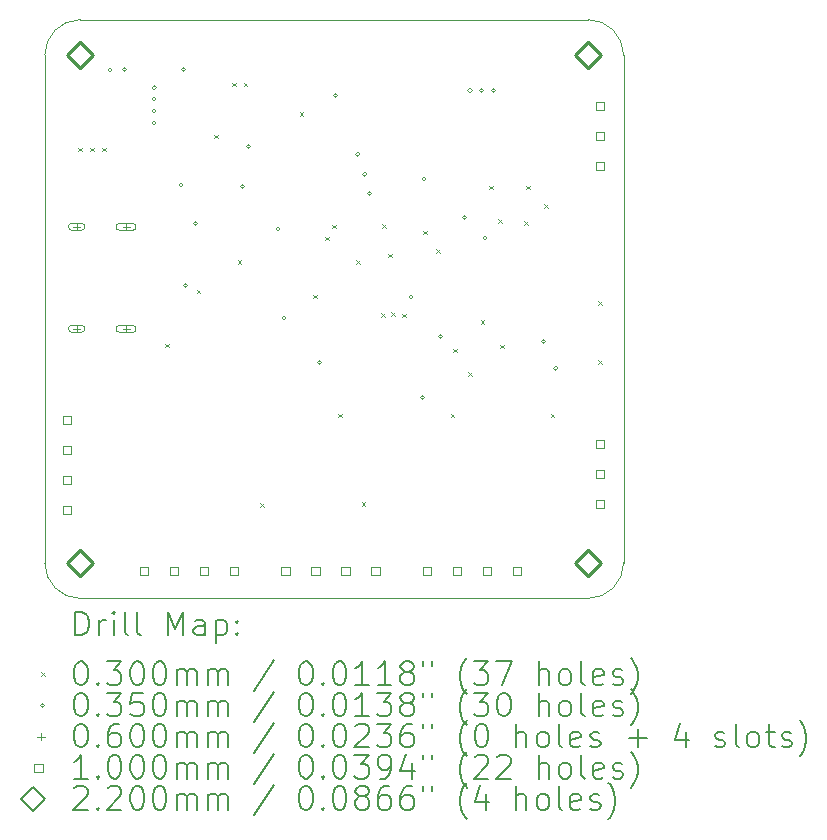
<source format=gbr>
%TF.GenerationSoftware,KiCad,Pcbnew,8.0.8-8.0.8-0~ubuntu22.04.1*%
%TF.CreationDate,2025-03-05T22:17:40+01:00*%
%TF.ProjectId,GLITCHING_FMAW,474c4954-4348-4494-9e47-5f464d41572e,rev?*%
%TF.SameCoordinates,Original*%
%TF.FileFunction,Drillmap*%
%TF.FilePolarity,Positive*%
%FSLAX45Y45*%
G04 Gerber Fmt 4.5, Leading zero omitted, Abs format (unit mm)*
G04 Created by KiCad (PCBNEW 8.0.8-8.0.8-0~ubuntu22.04.1) date 2025-03-05 22:17:40*
%MOMM*%
%LPD*%
G01*
G04 APERTURE LIST*
%ADD10C,0.050000*%
%ADD11C,0.200000*%
%ADD12C,0.100000*%
%ADD13C,0.220000*%
G04 APERTURE END LIST*
D10*
X7900000Y-7000000D02*
G75*
G02*
X7600000Y-7300000I-300000J0D01*
G01*
X7600000Y-2400000D02*
G75*
G02*
X7900000Y-2700000I0J-300000D01*
G01*
X3000000Y-7000000D02*
X3000000Y-2700000D01*
X3000000Y-2700000D02*
G75*
G02*
X3300000Y-2400000I300000J0D01*
G01*
X3300000Y-7300000D02*
G75*
G02*
X3000000Y-7000000I0J300000D01*
G01*
X7600000Y-7300000D02*
X3300000Y-7300000D01*
X3300000Y-2400000D02*
X7600000Y-2400000D01*
X7900000Y-2700000D02*
X7900000Y-7000000D01*
D11*
D12*
X3285000Y-3485000D02*
X3315000Y-3515000D01*
X3315000Y-3485000D02*
X3285000Y-3515000D01*
X3385000Y-3485000D02*
X3415000Y-3515000D01*
X3415000Y-3485000D02*
X3385000Y-3515000D01*
X3485000Y-3485000D02*
X3515000Y-3515000D01*
X3515000Y-3485000D02*
X3485000Y-3515000D01*
X4018750Y-5143750D02*
X4048750Y-5173750D01*
X4048750Y-5143750D02*
X4018750Y-5173750D01*
X4285000Y-4685000D02*
X4315000Y-4715000D01*
X4315000Y-4685000D02*
X4285000Y-4715000D01*
X4432500Y-3374500D02*
X4462500Y-3404500D01*
X4462500Y-3374500D02*
X4432500Y-3404500D01*
X4585000Y-2935000D02*
X4615000Y-2965000D01*
X4615000Y-2935000D02*
X4585000Y-2965000D01*
X4635000Y-4435000D02*
X4665000Y-4465000D01*
X4665000Y-4435000D02*
X4635000Y-4465000D01*
X4685000Y-2935000D02*
X4715000Y-2965000D01*
X4715000Y-2935000D02*
X4685000Y-2965000D01*
X4821772Y-6495388D02*
X4851772Y-6525388D01*
X4851772Y-6495388D02*
X4821772Y-6525388D01*
X5160000Y-3185000D02*
X5190000Y-3215000D01*
X5190000Y-3185000D02*
X5160000Y-3215000D01*
X5272500Y-4731000D02*
X5302500Y-4761000D01*
X5302500Y-4731000D02*
X5272500Y-4761000D01*
X5372500Y-4237500D02*
X5402500Y-4267500D01*
X5402500Y-4237500D02*
X5372500Y-4267500D01*
X5435000Y-4135000D02*
X5465000Y-4165000D01*
X5465000Y-4135000D02*
X5435000Y-4165000D01*
X5485000Y-5735000D02*
X5515000Y-5765000D01*
X5515000Y-5735000D02*
X5485000Y-5765000D01*
X5635000Y-4435000D02*
X5665000Y-4465000D01*
X5665000Y-4435000D02*
X5635000Y-4465000D01*
X5685000Y-6485000D02*
X5715000Y-6515000D01*
X5715000Y-6485000D02*
X5685000Y-6515000D01*
X5848060Y-4884303D02*
X5878060Y-4914303D01*
X5878060Y-4884303D02*
X5848060Y-4914303D01*
X5857500Y-4132500D02*
X5887500Y-4162500D01*
X5887500Y-4132500D02*
X5857500Y-4162500D01*
X5907822Y-4381000D02*
X5937822Y-4411000D01*
X5937822Y-4381000D02*
X5907822Y-4411000D01*
X5935000Y-4875000D02*
X5965000Y-4905000D01*
X5965000Y-4875000D02*
X5935000Y-4905000D01*
X6027440Y-4890940D02*
X6057440Y-4920940D01*
X6057440Y-4890940D02*
X6027440Y-4920940D01*
X6205625Y-4185625D02*
X6235625Y-4215625D01*
X6235625Y-4185625D02*
X6205625Y-4215625D01*
X6315000Y-4345000D02*
X6345000Y-4375000D01*
X6345000Y-4345000D02*
X6315000Y-4375000D01*
X6435000Y-5735000D02*
X6465000Y-5765000D01*
X6465000Y-5735000D02*
X6435000Y-5765000D01*
X6460000Y-5187500D02*
X6490000Y-5217500D01*
X6490000Y-5187500D02*
X6460000Y-5217500D01*
X6585000Y-5385000D02*
X6615000Y-5415000D01*
X6615000Y-5385000D02*
X6585000Y-5415000D01*
X6692000Y-4943000D02*
X6722000Y-4973000D01*
X6722000Y-4943000D02*
X6692000Y-4973000D01*
X6762500Y-3807500D02*
X6792500Y-3837500D01*
X6792500Y-3807500D02*
X6762500Y-3837500D01*
X6840000Y-4090000D02*
X6870000Y-4120000D01*
X6870000Y-4090000D02*
X6840000Y-4120000D01*
X6855000Y-5152500D02*
X6885000Y-5182500D01*
X6885000Y-5152500D02*
X6855000Y-5182500D01*
X7060000Y-4105000D02*
X7090000Y-4135000D01*
X7090000Y-4105000D02*
X7060000Y-4135000D01*
X7077500Y-3807500D02*
X7107500Y-3837500D01*
X7107500Y-3807500D02*
X7077500Y-3837500D01*
X7230000Y-3962500D02*
X7260000Y-3992500D01*
X7260000Y-3962500D02*
X7230000Y-3992500D01*
X7285000Y-5735000D02*
X7315000Y-5765000D01*
X7315000Y-5735000D02*
X7285000Y-5765000D01*
X7685000Y-4785000D02*
X7715000Y-4815000D01*
X7715000Y-4785000D02*
X7685000Y-4815000D01*
X7685000Y-5285000D02*
X7715000Y-5315000D01*
X7715000Y-5285000D02*
X7685000Y-5315000D01*
X3567500Y-2825000D02*
G75*
G02*
X3532500Y-2825000I-17500J0D01*
G01*
X3532500Y-2825000D02*
G75*
G02*
X3567500Y-2825000I17500J0D01*
G01*
X3692500Y-2825000D02*
G75*
G02*
X3657500Y-2825000I-17500J0D01*
G01*
X3657500Y-2825000D02*
G75*
G02*
X3692500Y-2825000I17500J0D01*
G01*
X3942500Y-2975000D02*
G75*
G02*
X3907500Y-2975000I-17500J0D01*
G01*
X3907500Y-2975000D02*
G75*
G02*
X3942500Y-2975000I17500J0D01*
G01*
X3942500Y-3175000D02*
G75*
G02*
X3907500Y-3175000I-17500J0D01*
G01*
X3907500Y-3175000D02*
G75*
G02*
X3942500Y-3175000I17500J0D01*
G01*
X3942500Y-3275000D02*
G75*
G02*
X3907500Y-3275000I-17500J0D01*
G01*
X3907500Y-3275000D02*
G75*
G02*
X3942500Y-3275000I17500J0D01*
G01*
X3943047Y-3074229D02*
G75*
G02*
X3908047Y-3074229I-17500J0D01*
G01*
X3908047Y-3074229D02*
G75*
G02*
X3943047Y-3074229I17500J0D01*
G01*
X4167500Y-3800000D02*
G75*
G02*
X4132500Y-3800000I-17500J0D01*
G01*
X4132500Y-3800000D02*
G75*
G02*
X4167500Y-3800000I17500J0D01*
G01*
X4192500Y-2825000D02*
G75*
G02*
X4157500Y-2825000I-17500J0D01*
G01*
X4157500Y-2825000D02*
G75*
G02*
X4192500Y-2825000I17500J0D01*
G01*
X4207500Y-4650000D02*
G75*
G02*
X4172500Y-4650000I-17500J0D01*
G01*
X4172500Y-4650000D02*
G75*
G02*
X4207500Y-4650000I17500J0D01*
G01*
X4292500Y-4125000D02*
G75*
G02*
X4257500Y-4125000I-17500J0D01*
G01*
X4257500Y-4125000D02*
G75*
G02*
X4292500Y-4125000I17500J0D01*
G01*
X4689100Y-3812281D02*
G75*
G02*
X4654100Y-3812281I-17500J0D01*
G01*
X4654100Y-3812281D02*
G75*
G02*
X4689100Y-3812281I17500J0D01*
G01*
X4742500Y-3475000D02*
G75*
G02*
X4707500Y-3475000I-17500J0D01*
G01*
X4707500Y-3475000D02*
G75*
G02*
X4742500Y-3475000I17500J0D01*
G01*
X4992500Y-4175000D02*
G75*
G02*
X4957500Y-4175000I-17500J0D01*
G01*
X4957500Y-4175000D02*
G75*
G02*
X4992500Y-4175000I17500J0D01*
G01*
X5042500Y-4925000D02*
G75*
G02*
X5007500Y-4925000I-17500J0D01*
G01*
X5007500Y-4925000D02*
G75*
G02*
X5042500Y-4925000I17500J0D01*
G01*
X5342500Y-5300000D02*
G75*
G02*
X5307500Y-5300000I-17500J0D01*
G01*
X5307500Y-5300000D02*
G75*
G02*
X5342500Y-5300000I17500J0D01*
G01*
X5477500Y-3040000D02*
G75*
G02*
X5442500Y-3040000I-17500J0D01*
G01*
X5442500Y-3040000D02*
G75*
G02*
X5477500Y-3040000I17500J0D01*
G01*
X5667500Y-3540000D02*
G75*
G02*
X5632500Y-3540000I-17500J0D01*
G01*
X5632500Y-3540000D02*
G75*
G02*
X5667500Y-3540000I17500J0D01*
G01*
X5727500Y-3710000D02*
G75*
G02*
X5692500Y-3710000I-17500J0D01*
G01*
X5692500Y-3710000D02*
G75*
G02*
X5727500Y-3710000I17500J0D01*
G01*
X5767500Y-3870000D02*
G75*
G02*
X5732500Y-3870000I-17500J0D01*
G01*
X5732500Y-3870000D02*
G75*
G02*
X5767500Y-3870000I17500J0D01*
G01*
X6117500Y-4750000D02*
G75*
G02*
X6082500Y-4750000I-17500J0D01*
G01*
X6082500Y-4750000D02*
G75*
G02*
X6117500Y-4750000I17500J0D01*
G01*
X6217500Y-5600000D02*
G75*
G02*
X6182500Y-5600000I-17500J0D01*
G01*
X6182500Y-5600000D02*
G75*
G02*
X6217500Y-5600000I17500J0D01*
G01*
X6227500Y-3750000D02*
G75*
G02*
X6192500Y-3750000I-17500J0D01*
G01*
X6192500Y-3750000D02*
G75*
G02*
X6227500Y-3750000I17500J0D01*
G01*
X6367500Y-5080000D02*
G75*
G02*
X6332500Y-5080000I-17500J0D01*
G01*
X6332500Y-5080000D02*
G75*
G02*
X6367500Y-5080000I17500J0D01*
G01*
X6567500Y-4075000D02*
G75*
G02*
X6532500Y-4075000I-17500J0D01*
G01*
X6532500Y-4075000D02*
G75*
G02*
X6567500Y-4075000I17500J0D01*
G01*
X6617500Y-3000000D02*
G75*
G02*
X6582500Y-3000000I-17500J0D01*
G01*
X6582500Y-3000000D02*
G75*
G02*
X6617500Y-3000000I17500J0D01*
G01*
X6717500Y-3000000D02*
G75*
G02*
X6682500Y-3000000I-17500J0D01*
G01*
X6682500Y-3000000D02*
G75*
G02*
X6717500Y-3000000I17500J0D01*
G01*
X6742500Y-4250000D02*
G75*
G02*
X6707500Y-4250000I-17500J0D01*
G01*
X6707500Y-4250000D02*
G75*
G02*
X6742500Y-4250000I17500J0D01*
G01*
X6817500Y-3000000D02*
G75*
G02*
X6782500Y-3000000I-17500J0D01*
G01*
X6782500Y-3000000D02*
G75*
G02*
X6817500Y-3000000I17500J0D01*
G01*
X7242500Y-5125000D02*
G75*
G02*
X7207500Y-5125000I-17500J0D01*
G01*
X7207500Y-5125000D02*
G75*
G02*
X7242500Y-5125000I17500J0D01*
G01*
X7342500Y-5350000D02*
G75*
G02*
X7307500Y-5350000I-17500J0D01*
G01*
X7307500Y-5350000D02*
G75*
G02*
X7342500Y-5350000I17500J0D01*
G01*
X3270000Y-4124000D02*
X3270000Y-4184000D01*
X3240000Y-4154000D02*
X3300000Y-4154000D01*
X3310000Y-4124000D02*
X3230000Y-4124000D01*
X3230000Y-4184000D02*
G75*
G02*
X3230000Y-4124000I0J30000D01*
G01*
X3230000Y-4184000D02*
X3310000Y-4184000D01*
X3310000Y-4184000D02*
G75*
G03*
X3310000Y-4124000I0J30000D01*
G01*
X3270000Y-4988000D02*
X3270000Y-5048000D01*
X3240000Y-5018000D02*
X3300000Y-5018000D01*
X3310000Y-4988000D02*
X3230000Y-4988000D01*
X3230000Y-5048000D02*
G75*
G02*
X3230000Y-4988000I0J30000D01*
G01*
X3230000Y-5048000D02*
X3310000Y-5048000D01*
X3310000Y-5048000D02*
G75*
G03*
X3310000Y-4988000I0J30000D01*
G01*
X3688000Y-4124000D02*
X3688000Y-4184000D01*
X3658000Y-4154000D02*
X3718000Y-4154000D01*
X3743000Y-4124000D02*
X3633000Y-4124000D01*
X3633000Y-4184000D02*
G75*
G02*
X3633000Y-4124000I0J30000D01*
G01*
X3633000Y-4184000D02*
X3743000Y-4184000D01*
X3743000Y-4184000D02*
G75*
G03*
X3743000Y-4124000I0J30000D01*
G01*
X3688000Y-4988000D02*
X3688000Y-5048000D01*
X3658000Y-5018000D02*
X3718000Y-5018000D01*
X3743000Y-4988000D02*
X3633000Y-4988000D01*
X3633000Y-5048000D02*
G75*
G02*
X3633000Y-4988000I0J30000D01*
G01*
X3633000Y-5048000D02*
X3743000Y-5048000D01*
X3743000Y-5048000D02*
G75*
G03*
X3743000Y-4988000I0J30000D01*
G01*
X3225356Y-5827356D02*
X3225356Y-5756644D01*
X3154644Y-5756644D01*
X3154644Y-5827356D01*
X3225356Y-5827356D01*
X3225356Y-6081356D02*
X3225356Y-6010644D01*
X3154644Y-6010644D01*
X3154644Y-6081356D01*
X3225356Y-6081356D01*
X3225356Y-6335356D02*
X3225356Y-6264644D01*
X3154644Y-6264644D01*
X3154644Y-6335356D01*
X3225356Y-6335356D01*
X3225356Y-6589356D02*
X3225356Y-6518644D01*
X3154644Y-6518644D01*
X3154644Y-6589356D01*
X3225356Y-6589356D01*
X3873356Y-7105356D02*
X3873356Y-7034644D01*
X3802644Y-7034644D01*
X3802644Y-7105356D01*
X3873356Y-7105356D01*
X4127356Y-7105356D02*
X4127356Y-7034644D01*
X4056644Y-7034644D01*
X4056644Y-7105356D01*
X4127356Y-7105356D01*
X4381356Y-7105356D02*
X4381356Y-7034644D01*
X4310644Y-7034644D01*
X4310644Y-7105356D01*
X4381356Y-7105356D01*
X4635356Y-7105356D02*
X4635356Y-7034644D01*
X4564644Y-7034644D01*
X4564644Y-7105356D01*
X4635356Y-7105356D01*
X5073356Y-7105356D02*
X5073356Y-7034644D01*
X5002644Y-7034644D01*
X5002644Y-7105356D01*
X5073356Y-7105356D01*
X5327356Y-7105356D02*
X5327356Y-7034644D01*
X5256644Y-7034644D01*
X5256644Y-7105356D01*
X5327356Y-7105356D01*
X5581356Y-7105356D02*
X5581356Y-7034644D01*
X5510644Y-7034644D01*
X5510644Y-7105356D01*
X5581356Y-7105356D01*
X5835356Y-7105356D02*
X5835356Y-7034644D01*
X5764644Y-7034644D01*
X5764644Y-7105356D01*
X5835356Y-7105356D01*
X6273356Y-7105356D02*
X6273356Y-7034644D01*
X6202644Y-7034644D01*
X6202644Y-7105356D01*
X6273356Y-7105356D01*
X6527356Y-7105356D02*
X6527356Y-7034644D01*
X6456644Y-7034644D01*
X6456644Y-7105356D01*
X6527356Y-7105356D01*
X6781356Y-7105356D02*
X6781356Y-7034644D01*
X6710644Y-7034644D01*
X6710644Y-7105356D01*
X6781356Y-7105356D01*
X7035356Y-7105356D02*
X7035356Y-7034644D01*
X6964644Y-7034644D01*
X6964644Y-7105356D01*
X7035356Y-7105356D01*
X7735356Y-3167356D02*
X7735356Y-3096644D01*
X7664644Y-3096644D01*
X7664644Y-3167356D01*
X7735356Y-3167356D01*
X7735356Y-3421356D02*
X7735356Y-3350644D01*
X7664644Y-3350644D01*
X7664644Y-3421356D01*
X7735356Y-3421356D01*
X7735356Y-3675356D02*
X7735356Y-3604644D01*
X7664644Y-3604644D01*
X7664644Y-3675356D01*
X7735356Y-3675356D01*
X7735356Y-6027356D02*
X7735356Y-5956644D01*
X7664644Y-5956644D01*
X7664644Y-6027356D01*
X7735356Y-6027356D01*
X7735356Y-6281356D02*
X7735356Y-6210644D01*
X7664644Y-6210644D01*
X7664644Y-6281356D01*
X7735356Y-6281356D01*
X7735356Y-6535356D02*
X7735356Y-6464644D01*
X7664644Y-6464644D01*
X7664644Y-6535356D01*
X7735356Y-6535356D01*
D13*
X3300000Y-2810000D02*
X3410000Y-2700000D01*
X3300000Y-2590000D01*
X3190000Y-2700000D01*
X3300000Y-2810000D01*
X3300000Y-7110000D02*
X3410000Y-7000000D01*
X3300000Y-6890000D01*
X3190000Y-7000000D01*
X3300000Y-7110000D01*
X7600000Y-2810000D02*
X7710000Y-2700000D01*
X7600000Y-2590000D01*
X7490000Y-2700000D01*
X7600000Y-2810000D01*
X7600000Y-7110000D02*
X7710000Y-7000000D01*
X7600000Y-6890000D01*
X7490000Y-7000000D01*
X7600000Y-7110000D01*
D11*
X3258277Y-7613984D02*
X3258277Y-7413984D01*
X3258277Y-7413984D02*
X3305896Y-7413984D01*
X3305896Y-7413984D02*
X3334467Y-7423508D01*
X3334467Y-7423508D02*
X3353515Y-7442555D01*
X3353515Y-7442555D02*
X3363039Y-7461603D01*
X3363039Y-7461603D02*
X3372562Y-7499698D01*
X3372562Y-7499698D02*
X3372562Y-7528269D01*
X3372562Y-7528269D02*
X3363039Y-7566365D01*
X3363039Y-7566365D02*
X3353515Y-7585412D01*
X3353515Y-7585412D02*
X3334467Y-7604460D01*
X3334467Y-7604460D02*
X3305896Y-7613984D01*
X3305896Y-7613984D02*
X3258277Y-7613984D01*
X3458277Y-7613984D02*
X3458277Y-7480650D01*
X3458277Y-7518746D02*
X3467801Y-7499698D01*
X3467801Y-7499698D02*
X3477324Y-7490174D01*
X3477324Y-7490174D02*
X3496372Y-7480650D01*
X3496372Y-7480650D02*
X3515420Y-7480650D01*
X3582086Y-7613984D02*
X3582086Y-7480650D01*
X3582086Y-7413984D02*
X3572562Y-7423508D01*
X3572562Y-7423508D02*
X3582086Y-7433031D01*
X3582086Y-7433031D02*
X3591610Y-7423508D01*
X3591610Y-7423508D02*
X3582086Y-7413984D01*
X3582086Y-7413984D02*
X3582086Y-7433031D01*
X3705896Y-7613984D02*
X3686848Y-7604460D01*
X3686848Y-7604460D02*
X3677324Y-7585412D01*
X3677324Y-7585412D02*
X3677324Y-7413984D01*
X3810658Y-7613984D02*
X3791610Y-7604460D01*
X3791610Y-7604460D02*
X3782086Y-7585412D01*
X3782086Y-7585412D02*
X3782086Y-7413984D01*
X4039229Y-7613984D02*
X4039229Y-7413984D01*
X4039229Y-7413984D02*
X4105896Y-7556841D01*
X4105896Y-7556841D02*
X4172562Y-7413984D01*
X4172562Y-7413984D02*
X4172562Y-7613984D01*
X4353515Y-7613984D02*
X4353515Y-7509222D01*
X4353515Y-7509222D02*
X4343991Y-7490174D01*
X4343991Y-7490174D02*
X4324944Y-7480650D01*
X4324944Y-7480650D02*
X4286848Y-7480650D01*
X4286848Y-7480650D02*
X4267801Y-7490174D01*
X4353515Y-7604460D02*
X4334467Y-7613984D01*
X4334467Y-7613984D02*
X4286848Y-7613984D01*
X4286848Y-7613984D02*
X4267801Y-7604460D01*
X4267801Y-7604460D02*
X4258277Y-7585412D01*
X4258277Y-7585412D02*
X4258277Y-7566365D01*
X4258277Y-7566365D02*
X4267801Y-7547317D01*
X4267801Y-7547317D02*
X4286848Y-7537793D01*
X4286848Y-7537793D02*
X4334467Y-7537793D01*
X4334467Y-7537793D02*
X4353515Y-7528269D01*
X4448753Y-7480650D02*
X4448753Y-7680650D01*
X4448753Y-7490174D02*
X4467801Y-7480650D01*
X4467801Y-7480650D02*
X4505896Y-7480650D01*
X4505896Y-7480650D02*
X4524944Y-7490174D01*
X4524944Y-7490174D02*
X4534467Y-7499698D01*
X4534467Y-7499698D02*
X4543991Y-7518746D01*
X4543991Y-7518746D02*
X4543991Y-7575888D01*
X4543991Y-7575888D02*
X4534467Y-7594936D01*
X4534467Y-7594936D02*
X4524944Y-7604460D01*
X4524944Y-7604460D02*
X4505896Y-7613984D01*
X4505896Y-7613984D02*
X4467801Y-7613984D01*
X4467801Y-7613984D02*
X4448753Y-7604460D01*
X4629705Y-7594936D02*
X4639229Y-7604460D01*
X4639229Y-7604460D02*
X4629705Y-7613984D01*
X4629705Y-7613984D02*
X4620182Y-7604460D01*
X4620182Y-7604460D02*
X4629705Y-7594936D01*
X4629705Y-7594936D02*
X4629705Y-7613984D01*
X4629705Y-7490174D02*
X4639229Y-7499698D01*
X4639229Y-7499698D02*
X4629705Y-7509222D01*
X4629705Y-7509222D02*
X4620182Y-7499698D01*
X4620182Y-7499698D02*
X4629705Y-7490174D01*
X4629705Y-7490174D02*
X4629705Y-7509222D01*
D12*
X2967500Y-7927500D02*
X2997500Y-7957500D01*
X2997500Y-7927500D02*
X2967500Y-7957500D01*
D11*
X3296372Y-7833984D02*
X3315420Y-7833984D01*
X3315420Y-7833984D02*
X3334467Y-7843508D01*
X3334467Y-7843508D02*
X3343991Y-7853031D01*
X3343991Y-7853031D02*
X3353515Y-7872079D01*
X3353515Y-7872079D02*
X3363039Y-7910174D01*
X3363039Y-7910174D02*
X3363039Y-7957793D01*
X3363039Y-7957793D02*
X3353515Y-7995888D01*
X3353515Y-7995888D02*
X3343991Y-8014936D01*
X3343991Y-8014936D02*
X3334467Y-8024460D01*
X3334467Y-8024460D02*
X3315420Y-8033984D01*
X3315420Y-8033984D02*
X3296372Y-8033984D01*
X3296372Y-8033984D02*
X3277324Y-8024460D01*
X3277324Y-8024460D02*
X3267801Y-8014936D01*
X3267801Y-8014936D02*
X3258277Y-7995888D01*
X3258277Y-7995888D02*
X3248753Y-7957793D01*
X3248753Y-7957793D02*
X3248753Y-7910174D01*
X3248753Y-7910174D02*
X3258277Y-7872079D01*
X3258277Y-7872079D02*
X3267801Y-7853031D01*
X3267801Y-7853031D02*
X3277324Y-7843508D01*
X3277324Y-7843508D02*
X3296372Y-7833984D01*
X3448753Y-8014936D02*
X3458277Y-8024460D01*
X3458277Y-8024460D02*
X3448753Y-8033984D01*
X3448753Y-8033984D02*
X3439229Y-8024460D01*
X3439229Y-8024460D02*
X3448753Y-8014936D01*
X3448753Y-8014936D02*
X3448753Y-8033984D01*
X3524943Y-7833984D02*
X3648753Y-7833984D01*
X3648753Y-7833984D02*
X3582086Y-7910174D01*
X3582086Y-7910174D02*
X3610658Y-7910174D01*
X3610658Y-7910174D02*
X3629705Y-7919698D01*
X3629705Y-7919698D02*
X3639229Y-7929222D01*
X3639229Y-7929222D02*
X3648753Y-7948269D01*
X3648753Y-7948269D02*
X3648753Y-7995888D01*
X3648753Y-7995888D02*
X3639229Y-8014936D01*
X3639229Y-8014936D02*
X3629705Y-8024460D01*
X3629705Y-8024460D02*
X3610658Y-8033984D01*
X3610658Y-8033984D02*
X3553515Y-8033984D01*
X3553515Y-8033984D02*
X3534467Y-8024460D01*
X3534467Y-8024460D02*
X3524943Y-8014936D01*
X3772562Y-7833984D02*
X3791610Y-7833984D01*
X3791610Y-7833984D02*
X3810658Y-7843508D01*
X3810658Y-7843508D02*
X3820182Y-7853031D01*
X3820182Y-7853031D02*
X3829705Y-7872079D01*
X3829705Y-7872079D02*
X3839229Y-7910174D01*
X3839229Y-7910174D02*
X3839229Y-7957793D01*
X3839229Y-7957793D02*
X3829705Y-7995888D01*
X3829705Y-7995888D02*
X3820182Y-8014936D01*
X3820182Y-8014936D02*
X3810658Y-8024460D01*
X3810658Y-8024460D02*
X3791610Y-8033984D01*
X3791610Y-8033984D02*
X3772562Y-8033984D01*
X3772562Y-8033984D02*
X3753515Y-8024460D01*
X3753515Y-8024460D02*
X3743991Y-8014936D01*
X3743991Y-8014936D02*
X3734467Y-7995888D01*
X3734467Y-7995888D02*
X3724943Y-7957793D01*
X3724943Y-7957793D02*
X3724943Y-7910174D01*
X3724943Y-7910174D02*
X3734467Y-7872079D01*
X3734467Y-7872079D02*
X3743991Y-7853031D01*
X3743991Y-7853031D02*
X3753515Y-7843508D01*
X3753515Y-7843508D02*
X3772562Y-7833984D01*
X3963039Y-7833984D02*
X3982086Y-7833984D01*
X3982086Y-7833984D02*
X4001134Y-7843508D01*
X4001134Y-7843508D02*
X4010658Y-7853031D01*
X4010658Y-7853031D02*
X4020182Y-7872079D01*
X4020182Y-7872079D02*
X4029705Y-7910174D01*
X4029705Y-7910174D02*
X4029705Y-7957793D01*
X4029705Y-7957793D02*
X4020182Y-7995888D01*
X4020182Y-7995888D02*
X4010658Y-8014936D01*
X4010658Y-8014936D02*
X4001134Y-8024460D01*
X4001134Y-8024460D02*
X3982086Y-8033984D01*
X3982086Y-8033984D02*
X3963039Y-8033984D01*
X3963039Y-8033984D02*
X3943991Y-8024460D01*
X3943991Y-8024460D02*
X3934467Y-8014936D01*
X3934467Y-8014936D02*
X3924943Y-7995888D01*
X3924943Y-7995888D02*
X3915420Y-7957793D01*
X3915420Y-7957793D02*
X3915420Y-7910174D01*
X3915420Y-7910174D02*
X3924943Y-7872079D01*
X3924943Y-7872079D02*
X3934467Y-7853031D01*
X3934467Y-7853031D02*
X3943991Y-7843508D01*
X3943991Y-7843508D02*
X3963039Y-7833984D01*
X4115420Y-8033984D02*
X4115420Y-7900650D01*
X4115420Y-7919698D02*
X4124943Y-7910174D01*
X4124943Y-7910174D02*
X4143991Y-7900650D01*
X4143991Y-7900650D02*
X4172563Y-7900650D01*
X4172563Y-7900650D02*
X4191610Y-7910174D01*
X4191610Y-7910174D02*
X4201134Y-7929222D01*
X4201134Y-7929222D02*
X4201134Y-8033984D01*
X4201134Y-7929222D02*
X4210658Y-7910174D01*
X4210658Y-7910174D02*
X4229705Y-7900650D01*
X4229705Y-7900650D02*
X4258277Y-7900650D01*
X4258277Y-7900650D02*
X4277325Y-7910174D01*
X4277325Y-7910174D02*
X4286848Y-7929222D01*
X4286848Y-7929222D02*
X4286848Y-8033984D01*
X4382086Y-8033984D02*
X4382086Y-7900650D01*
X4382086Y-7919698D02*
X4391610Y-7910174D01*
X4391610Y-7910174D02*
X4410658Y-7900650D01*
X4410658Y-7900650D02*
X4439229Y-7900650D01*
X4439229Y-7900650D02*
X4458277Y-7910174D01*
X4458277Y-7910174D02*
X4467801Y-7929222D01*
X4467801Y-7929222D02*
X4467801Y-8033984D01*
X4467801Y-7929222D02*
X4477325Y-7910174D01*
X4477325Y-7910174D02*
X4496372Y-7900650D01*
X4496372Y-7900650D02*
X4524944Y-7900650D01*
X4524944Y-7900650D02*
X4543991Y-7910174D01*
X4543991Y-7910174D02*
X4553515Y-7929222D01*
X4553515Y-7929222D02*
X4553515Y-8033984D01*
X4943991Y-7824460D02*
X4772563Y-8081603D01*
X5201134Y-7833984D02*
X5220182Y-7833984D01*
X5220182Y-7833984D02*
X5239229Y-7843508D01*
X5239229Y-7843508D02*
X5248753Y-7853031D01*
X5248753Y-7853031D02*
X5258277Y-7872079D01*
X5258277Y-7872079D02*
X5267801Y-7910174D01*
X5267801Y-7910174D02*
X5267801Y-7957793D01*
X5267801Y-7957793D02*
X5258277Y-7995888D01*
X5258277Y-7995888D02*
X5248753Y-8014936D01*
X5248753Y-8014936D02*
X5239229Y-8024460D01*
X5239229Y-8024460D02*
X5220182Y-8033984D01*
X5220182Y-8033984D02*
X5201134Y-8033984D01*
X5201134Y-8033984D02*
X5182087Y-8024460D01*
X5182087Y-8024460D02*
X5172563Y-8014936D01*
X5172563Y-8014936D02*
X5163039Y-7995888D01*
X5163039Y-7995888D02*
X5153515Y-7957793D01*
X5153515Y-7957793D02*
X5153515Y-7910174D01*
X5153515Y-7910174D02*
X5163039Y-7872079D01*
X5163039Y-7872079D02*
X5172563Y-7853031D01*
X5172563Y-7853031D02*
X5182087Y-7843508D01*
X5182087Y-7843508D02*
X5201134Y-7833984D01*
X5353515Y-8014936D02*
X5363039Y-8024460D01*
X5363039Y-8024460D02*
X5353515Y-8033984D01*
X5353515Y-8033984D02*
X5343991Y-8024460D01*
X5343991Y-8024460D02*
X5353515Y-8014936D01*
X5353515Y-8014936D02*
X5353515Y-8033984D01*
X5486848Y-7833984D02*
X5505896Y-7833984D01*
X5505896Y-7833984D02*
X5524944Y-7843508D01*
X5524944Y-7843508D02*
X5534468Y-7853031D01*
X5534468Y-7853031D02*
X5543991Y-7872079D01*
X5543991Y-7872079D02*
X5553515Y-7910174D01*
X5553515Y-7910174D02*
X5553515Y-7957793D01*
X5553515Y-7957793D02*
X5543991Y-7995888D01*
X5543991Y-7995888D02*
X5534468Y-8014936D01*
X5534468Y-8014936D02*
X5524944Y-8024460D01*
X5524944Y-8024460D02*
X5505896Y-8033984D01*
X5505896Y-8033984D02*
X5486848Y-8033984D01*
X5486848Y-8033984D02*
X5467801Y-8024460D01*
X5467801Y-8024460D02*
X5458277Y-8014936D01*
X5458277Y-8014936D02*
X5448753Y-7995888D01*
X5448753Y-7995888D02*
X5439229Y-7957793D01*
X5439229Y-7957793D02*
X5439229Y-7910174D01*
X5439229Y-7910174D02*
X5448753Y-7872079D01*
X5448753Y-7872079D02*
X5458277Y-7853031D01*
X5458277Y-7853031D02*
X5467801Y-7843508D01*
X5467801Y-7843508D02*
X5486848Y-7833984D01*
X5743991Y-8033984D02*
X5629706Y-8033984D01*
X5686848Y-8033984D02*
X5686848Y-7833984D01*
X5686848Y-7833984D02*
X5667801Y-7862555D01*
X5667801Y-7862555D02*
X5648753Y-7881603D01*
X5648753Y-7881603D02*
X5629706Y-7891127D01*
X5934467Y-8033984D02*
X5820182Y-8033984D01*
X5877325Y-8033984D02*
X5877325Y-7833984D01*
X5877325Y-7833984D02*
X5858277Y-7862555D01*
X5858277Y-7862555D02*
X5839229Y-7881603D01*
X5839229Y-7881603D02*
X5820182Y-7891127D01*
X6048753Y-7919698D02*
X6029706Y-7910174D01*
X6029706Y-7910174D02*
X6020182Y-7900650D01*
X6020182Y-7900650D02*
X6010658Y-7881603D01*
X6010658Y-7881603D02*
X6010658Y-7872079D01*
X6010658Y-7872079D02*
X6020182Y-7853031D01*
X6020182Y-7853031D02*
X6029706Y-7843508D01*
X6029706Y-7843508D02*
X6048753Y-7833984D01*
X6048753Y-7833984D02*
X6086848Y-7833984D01*
X6086848Y-7833984D02*
X6105896Y-7843508D01*
X6105896Y-7843508D02*
X6115420Y-7853031D01*
X6115420Y-7853031D02*
X6124944Y-7872079D01*
X6124944Y-7872079D02*
X6124944Y-7881603D01*
X6124944Y-7881603D02*
X6115420Y-7900650D01*
X6115420Y-7900650D02*
X6105896Y-7910174D01*
X6105896Y-7910174D02*
X6086848Y-7919698D01*
X6086848Y-7919698D02*
X6048753Y-7919698D01*
X6048753Y-7919698D02*
X6029706Y-7929222D01*
X6029706Y-7929222D02*
X6020182Y-7938746D01*
X6020182Y-7938746D02*
X6010658Y-7957793D01*
X6010658Y-7957793D02*
X6010658Y-7995888D01*
X6010658Y-7995888D02*
X6020182Y-8014936D01*
X6020182Y-8014936D02*
X6029706Y-8024460D01*
X6029706Y-8024460D02*
X6048753Y-8033984D01*
X6048753Y-8033984D02*
X6086848Y-8033984D01*
X6086848Y-8033984D02*
X6105896Y-8024460D01*
X6105896Y-8024460D02*
X6115420Y-8014936D01*
X6115420Y-8014936D02*
X6124944Y-7995888D01*
X6124944Y-7995888D02*
X6124944Y-7957793D01*
X6124944Y-7957793D02*
X6115420Y-7938746D01*
X6115420Y-7938746D02*
X6105896Y-7929222D01*
X6105896Y-7929222D02*
X6086848Y-7919698D01*
X6201134Y-7833984D02*
X6201134Y-7872079D01*
X6277325Y-7833984D02*
X6277325Y-7872079D01*
X6572563Y-8110174D02*
X6563039Y-8100650D01*
X6563039Y-8100650D02*
X6543991Y-8072079D01*
X6543991Y-8072079D02*
X6534468Y-8053031D01*
X6534468Y-8053031D02*
X6524944Y-8024460D01*
X6524944Y-8024460D02*
X6515420Y-7976841D01*
X6515420Y-7976841D02*
X6515420Y-7938746D01*
X6515420Y-7938746D02*
X6524944Y-7891127D01*
X6524944Y-7891127D02*
X6534468Y-7862555D01*
X6534468Y-7862555D02*
X6543991Y-7843508D01*
X6543991Y-7843508D02*
X6563039Y-7814936D01*
X6563039Y-7814936D02*
X6572563Y-7805412D01*
X6629706Y-7833984D02*
X6753515Y-7833984D01*
X6753515Y-7833984D02*
X6686848Y-7910174D01*
X6686848Y-7910174D02*
X6715420Y-7910174D01*
X6715420Y-7910174D02*
X6734468Y-7919698D01*
X6734468Y-7919698D02*
X6743991Y-7929222D01*
X6743991Y-7929222D02*
X6753515Y-7948269D01*
X6753515Y-7948269D02*
X6753515Y-7995888D01*
X6753515Y-7995888D02*
X6743991Y-8014936D01*
X6743991Y-8014936D02*
X6734468Y-8024460D01*
X6734468Y-8024460D02*
X6715420Y-8033984D01*
X6715420Y-8033984D02*
X6658277Y-8033984D01*
X6658277Y-8033984D02*
X6639229Y-8024460D01*
X6639229Y-8024460D02*
X6629706Y-8014936D01*
X6820182Y-7833984D02*
X6953515Y-7833984D01*
X6953515Y-7833984D02*
X6867801Y-8033984D01*
X7182087Y-8033984D02*
X7182087Y-7833984D01*
X7267801Y-8033984D02*
X7267801Y-7929222D01*
X7267801Y-7929222D02*
X7258277Y-7910174D01*
X7258277Y-7910174D02*
X7239230Y-7900650D01*
X7239230Y-7900650D02*
X7210658Y-7900650D01*
X7210658Y-7900650D02*
X7191610Y-7910174D01*
X7191610Y-7910174D02*
X7182087Y-7919698D01*
X7391610Y-8033984D02*
X7372563Y-8024460D01*
X7372563Y-8024460D02*
X7363039Y-8014936D01*
X7363039Y-8014936D02*
X7353515Y-7995888D01*
X7353515Y-7995888D02*
X7353515Y-7938746D01*
X7353515Y-7938746D02*
X7363039Y-7919698D01*
X7363039Y-7919698D02*
X7372563Y-7910174D01*
X7372563Y-7910174D02*
X7391610Y-7900650D01*
X7391610Y-7900650D02*
X7420182Y-7900650D01*
X7420182Y-7900650D02*
X7439230Y-7910174D01*
X7439230Y-7910174D02*
X7448753Y-7919698D01*
X7448753Y-7919698D02*
X7458277Y-7938746D01*
X7458277Y-7938746D02*
X7458277Y-7995888D01*
X7458277Y-7995888D02*
X7448753Y-8014936D01*
X7448753Y-8014936D02*
X7439230Y-8024460D01*
X7439230Y-8024460D02*
X7420182Y-8033984D01*
X7420182Y-8033984D02*
X7391610Y-8033984D01*
X7572563Y-8033984D02*
X7553515Y-8024460D01*
X7553515Y-8024460D02*
X7543991Y-8005412D01*
X7543991Y-8005412D02*
X7543991Y-7833984D01*
X7724944Y-8024460D02*
X7705896Y-8033984D01*
X7705896Y-8033984D02*
X7667801Y-8033984D01*
X7667801Y-8033984D02*
X7648753Y-8024460D01*
X7648753Y-8024460D02*
X7639230Y-8005412D01*
X7639230Y-8005412D02*
X7639230Y-7929222D01*
X7639230Y-7929222D02*
X7648753Y-7910174D01*
X7648753Y-7910174D02*
X7667801Y-7900650D01*
X7667801Y-7900650D02*
X7705896Y-7900650D01*
X7705896Y-7900650D02*
X7724944Y-7910174D01*
X7724944Y-7910174D02*
X7734468Y-7929222D01*
X7734468Y-7929222D02*
X7734468Y-7948269D01*
X7734468Y-7948269D02*
X7639230Y-7967317D01*
X7810658Y-8024460D02*
X7829706Y-8033984D01*
X7829706Y-8033984D02*
X7867801Y-8033984D01*
X7867801Y-8033984D02*
X7886849Y-8024460D01*
X7886849Y-8024460D02*
X7896372Y-8005412D01*
X7896372Y-8005412D02*
X7896372Y-7995888D01*
X7896372Y-7995888D02*
X7886849Y-7976841D01*
X7886849Y-7976841D02*
X7867801Y-7967317D01*
X7867801Y-7967317D02*
X7839230Y-7967317D01*
X7839230Y-7967317D02*
X7820182Y-7957793D01*
X7820182Y-7957793D02*
X7810658Y-7938746D01*
X7810658Y-7938746D02*
X7810658Y-7929222D01*
X7810658Y-7929222D02*
X7820182Y-7910174D01*
X7820182Y-7910174D02*
X7839230Y-7900650D01*
X7839230Y-7900650D02*
X7867801Y-7900650D01*
X7867801Y-7900650D02*
X7886849Y-7910174D01*
X7963039Y-8110174D02*
X7972563Y-8100650D01*
X7972563Y-8100650D02*
X7991611Y-8072079D01*
X7991611Y-8072079D02*
X8001134Y-8053031D01*
X8001134Y-8053031D02*
X8010658Y-8024460D01*
X8010658Y-8024460D02*
X8020182Y-7976841D01*
X8020182Y-7976841D02*
X8020182Y-7938746D01*
X8020182Y-7938746D02*
X8010658Y-7891127D01*
X8010658Y-7891127D02*
X8001134Y-7862555D01*
X8001134Y-7862555D02*
X7991611Y-7843508D01*
X7991611Y-7843508D02*
X7972563Y-7814936D01*
X7972563Y-7814936D02*
X7963039Y-7805412D01*
D12*
X2997500Y-8206500D02*
G75*
G02*
X2962500Y-8206500I-17500J0D01*
G01*
X2962500Y-8206500D02*
G75*
G02*
X2997500Y-8206500I17500J0D01*
G01*
D11*
X3296372Y-8097984D02*
X3315420Y-8097984D01*
X3315420Y-8097984D02*
X3334467Y-8107508D01*
X3334467Y-8107508D02*
X3343991Y-8117031D01*
X3343991Y-8117031D02*
X3353515Y-8136079D01*
X3353515Y-8136079D02*
X3363039Y-8174174D01*
X3363039Y-8174174D02*
X3363039Y-8221793D01*
X3363039Y-8221793D02*
X3353515Y-8259888D01*
X3353515Y-8259888D02*
X3343991Y-8278936D01*
X3343991Y-8278936D02*
X3334467Y-8288460D01*
X3334467Y-8288460D02*
X3315420Y-8297984D01*
X3315420Y-8297984D02*
X3296372Y-8297984D01*
X3296372Y-8297984D02*
X3277324Y-8288460D01*
X3277324Y-8288460D02*
X3267801Y-8278936D01*
X3267801Y-8278936D02*
X3258277Y-8259888D01*
X3258277Y-8259888D02*
X3248753Y-8221793D01*
X3248753Y-8221793D02*
X3248753Y-8174174D01*
X3248753Y-8174174D02*
X3258277Y-8136079D01*
X3258277Y-8136079D02*
X3267801Y-8117031D01*
X3267801Y-8117031D02*
X3277324Y-8107508D01*
X3277324Y-8107508D02*
X3296372Y-8097984D01*
X3448753Y-8278936D02*
X3458277Y-8288460D01*
X3458277Y-8288460D02*
X3448753Y-8297984D01*
X3448753Y-8297984D02*
X3439229Y-8288460D01*
X3439229Y-8288460D02*
X3448753Y-8278936D01*
X3448753Y-8278936D02*
X3448753Y-8297984D01*
X3524943Y-8097984D02*
X3648753Y-8097984D01*
X3648753Y-8097984D02*
X3582086Y-8174174D01*
X3582086Y-8174174D02*
X3610658Y-8174174D01*
X3610658Y-8174174D02*
X3629705Y-8183698D01*
X3629705Y-8183698D02*
X3639229Y-8193222D01*
X3639229Y-8193222D02*
X3648753Y-8212269D01*
X3648753Y-8212269D02*
X3648753Y-8259888D01*
X3648753Y-8259888D02*
X3639229Y-8278936D01*
X3639229Y-8278936D02*
X3629705Y-8288460D01*
X3629705Y-8288460D02*
X3610658Y-8297984D01*
X3610658Y-8297984D02*
X3553515Y-8297984D01*
X3553515Y-8297984D02*
X3534467Y-8288460D01*
X3534467Y-8288460D02*
X3524943Y-8278936D01*
X3829705Y-8097984D02*
X3734467Y-8097984D01*
X3734467Y-8097984D02*
X3724943Y-8193222D01*
X3724943Y-8193222D02*
X3734467Y-8183698D01*
X3734467Y-8183698D02*
X3753515Y-8174174D01*
X3753515Y-8174174D02*
X3801134Y-8174174D01*
X3801134Y-8174174D02*
X3820182Y-8183698D01*
X3820182Y-8183698D02*
X3829705Y-8193222D01*
X3829705Y-8193222D02*
X3839229Y-8212269D01*
X3839229Y-8212269D02*
X3839229Y-8259888D01*
X3839229Y-8259888D02*
X3829705Y-8278936D01*
X3829705Y-8278936D02*
X3820182Y-8288460D01*
X3820182Y-8288460D02*
X3801134Y-8297984D01*
X3801134Y-8297984D02*
X3753515Y-8297984D01*
X3753515Y-8297984D02*
X3734467Y-8288460D01*
X3734467Y-8288460D02*
X3724943Y-8278936D01*
X3963039Y-8097984D02*
X3982086Y-8097984D01*
X3982086Y-8097984D02*
X4001134Y-8107508D01*
X4001134Y-8107508D02*
X4010658Y-8117031D01*
X4010658Y-8117031D02*
X4020182Y-8136079D01*
X4020182Y-8136079D02*
X4029705Y-8174174D01*
X4029705Y-8174174D02*
X4029705Y-8221793D01*
X4029705Y-8221793D02*
X4020182Y-8259888D01*
X4020182Y-8259888D02*
X4010658Y-8278936D01*
X4010658Y-8278936D02*
X4001134Y-8288460D01*
X4001134Y-8288460D02*
X3982086Y-8297984D01*
X3982086Y-8297984D02*
X3963039Y-8297984D01*
X3963039Y-8297984D02*
X3943991Y-8288460D01*
X3943991Y-8288460D02*
X3934467Y-8278936D01*
X3934467Y-8278936D02*
X3924943Y-8259888D01*
X3924943Y-8259888D02*
X3915420Y-8221793D01*
X3915420Y-8221793D02*
X3915420Y-8174174D01*
X3915420Y-8174174D02*
X3924943Y-8136079D01*
X3924943Y-8136079D02*
X3934467Y-8117031D01*
X3934467Y-8117031D02*
X3943991Y-8107508D01*
X3943991Y-8107508D02*
X3963039Y-8097984D01*
X4115420Y-8297984D02*
X4115420Y-8164650D01*
X4115420Y-8183698D02*
X4124943Y-8174174D01*
X4124943Y-8174174D02*
X4143991Y-8164650D01*
X4143991Y-8164650D02*
X4172563Y-8164650D01*
X4172563Y-8164650D02*
X4191610Y-8174174D01*
X4191610Y-8174174D02*
X4201134Y-8193222D01*
X4201134Y-8193222D02*
X4201134Y-8297984D01*
X4201134Y-8193222D02*
X4210658Y-8174174D01*
X4210658Y-8174174D02*
X4229705Y-8164650D01*
X4229705Y-8164650D02*
X4258277Y-8164650D01*
X4258277Y-8164650D02*
X4277325Y-8174174D01*
X4277325Y-8174174D02*
X4286848Y-8193222D01*
X4286848Y-8193222D02*
X4286848Y-8297984D01*
X4382086Y-8297984D02*
X4382086Y-8164650D01*
X4382086Y-8183698D02*
X4391610Y-8174174D01*
X4391610Y-8174174D02*
X4410658Y-8164650D01*
X4410658Y-8164650D02*
X4439229Y-8164650D01*
X4439229Y-8164650D02*
X4458277Y-8174174D01*
X4458277Y-8174174D02*
X4467801Y-8193222D01*
X4467801Y-8193222D02*
X4467801Y-8297984D01*
X4467801Y-8193222D02*
X4477325Y-8174174D01*
X4477325Y-8174174D02*
X4496372Y-8164650D01*
X4496372Y-8164650D02*
X4524944Y-8164650D01*
X4524944Y-8164650D02*
X4543991Y-8174174D01*
X4543991Y-8174174D02*
X4553515Y-8193222D01*
X4553515Y-8193222D02*
X4553515Y-8297984D01*
X4943991Y-8088460D02*
X4772563Y-8345603D01*
X5201134Y-8097984D02*
X5220182Y-8097984D01*
X5220182Y-8097984D02*
X5239229Y-8107508D01*
X5239229Y-8107508D02*
X5248753Y-8117031D01*
X5248753Y-8117031D02*
X5258277Y-8136079D01*
X5258277Y-8136079D02*
X5267801Y-8174174D01*
X5267801Y-8174174D02*
X5267801Y-8221793D01*
X5267801Y-8221793D02*
X5258277Y-8259888D01*
X5258277Y-8259888D02*
X5248753Y-8278936D01*
X5248753Y-8278936D02*
X5239229Y-8288460D01*
X5239229Y-8288460D02*
X5220182Y-8297984D01*
X5220182Y-8297984D02*
X5201134Y-8297984D01*
X5201134Y-8297984D02*
X5182087Y-8288460D01*
X5182087Y-8288460D02*
X5172563Y-8278936D01*
X5172563Y-8278936D02*
X5163039Y-8259888D01*
X5163039Y-8259888D02*
X5153515Y-8221793D01*
X5153515Y-8221793D02*
X5153515Y-8174174D01*
X5153515Y-8174174D02*
X5163039Y-8136079D01*
X5163039Y-8136079D02*
X5172563Y-8117031D01*
X5172563Y-8117031D02*
X5182087Y-8107508D01*
X5182087Y-8107508D02*
X5201134Y-8097984D01*
X5353515Y-8278936D02*
X5363039Y-8288460D01*
X5363039Y-8288460D02*
X5353515Y-8297984D01*
X5353515Y-8297984D02*
X5343991Y-8288460D01*
X5343991Y-8288460D02*
X5353515Y-8278936D01*
X5353515Y-8278936D02*
X5353515Y-8297984D01*
X5486848Y-8097984D02*
X5505896Y-8097984D01*
X5505896Y-8097984D02*
X5524944Y-8107508D01*
X5524944Y-8107508D02*
X5534468Y-8117031D01*
X5534468Y-8117031D02*
X5543991Y-8136079D01*
X5543991Y-8136079D02*
X5553515Y-8174174D01*
X5553515Y-8174174D02*
X5553515Y-8221793D01*
X5553515Y-8221793D02*
X5543991Y-8259888D01*
X5543991Y-8259888D02*
X5534468Y-8278936D01*
X5534468Y-8278936D02*
X5524944Y-8288460D01*
X5524944Y-8288460D02*
X5505896Y-8297984D01*
X5505896Y-8297984D02*
X5486848Y-8297984D01*
X5486848Y-8297984D02*
X5467801Y-8288460D01*
X5467801Y-8288460D02*
X5458277Y-8278936D01*
X5458277Y-8278936D02*
X5448753Y-8259888D01*
X5448753Y-8259888D02*
X5439229Y-8221793D01*
X5439229Y-8221793D02*
X5439229Y-8174174D01*
X5439229Y-8174174D02*
X5448753Y-8136079D01*
X5448753Y-8136079D02*
X5458277Y-8117031D01*
X5458277Y-8117031D02*
X5467801Y-8107508D01*
X5467801Y-8107508D02*
X5486848Y-8097984D01*
X5743991Y-8297984D02*
X5629706Y-8297984D01*
X5686848Y-8297984D02*
X5686848Y-8097984D01*
X5686848Y-8097984D02*
X5667801Y-8126555D01*
X5667801Y-8126555D02*
X5648753Y-8145603D01*
X5648753Y-8145603D02*
X5629706Y-8155127D01*
X5810658Y-8097984D02*
X5934467Y-8097984D01*
X5934467Y-8097984D02*
X5867801Y-8174174D01*
X5867801Y-8174174D02*
X5896372Y-8174174D01*
X5896372Y-8174174D02*
X5915420Y-8183698D01*
X5915420Y-8183698D02*
X5924944Y-8193222D01*
X5924944Y-8193222D02*
X5934467Y-8212269D01*
X5934467Y-8212269D02*
X5934467Y-8259888D01*
X5934467Y-8259888D02*
X5924944Y-8278936D01*
X5924944Y-8278936D02*
X5915420Y-8288460D01*
X5915420Y-8288460D02*
X5896372Y-8297984D01*
X5896372Y-8297984D02*
X5839229Y-8297984D01*
X5839229Y-8297984D02*
X5820182Y-8288460D01*
X5820182Y-8288460D02*
X5810658Y-8278936D01*
X6048753Y-8183698D02*
X6029706Y-8174174D01*
X6029706Y-8174174D02*
X6020182Y-8164650D01*
X6020182Y-8164650D02*
X6010658Y-8145603D01*
X6010658Y-8145603D02*
X6010658Y-8136079D01*
X6010658Y-8136079D02*
X6020182Y-8117031D01*
X6020182Y-8117031D02*
X6029706Y-8107508D01*
X6029706Y-8107508D02*
X6048753Y-8097984D01*
X6048753Y-8097984D02*
X6086848Y-8097984D01*
X6086848Y-8097984D02*
X6105896Y-8107508D01*
X6105896Y-8107508D02*
X6115420Y-8117031D01*
X6115420Y-8117031D02*
X6124944Y-8136079D01*
X6124944Y-8136079D02*
X6124944Y-8145603D01*
X6124944Y-8145603D02*
X6115420Y-8164650D01*
X6115420Y-8164650D02*
X6105896Y-8174174D01*
X6105896Y-8174174D02*
X6086848Y-8183698D01*
X6086848Y-8183698D02*
X6048753Y-8183698D01*
X6048753Y-8183698D02*
X6029706Y-8193222D01*
X6029706Y-8193222D02*
X6020182Y-8202746D01*
X6020182Y-8202746D02*
X6010658Y-8221793D01*
X6010658Y-8221793D02*
X6010658Y-8259888D01*
X6010658Y-8259888D02*
X6020182Y-8278936D01*
X6020182Y-8278936D02*
X6029706Y-8288460D01*
X6029706Y-8288460D02*
X6048753Y-8297984D01*
X6048753Y-8297984D02*
X6086848Y-8297984D01*
X6086848Y-8297984D02*
X6105896Y-8288460D01*
X6105896Y-8288460D02*
X6115420Y-8278936D01*
X6115420Y-8278936D02*
X6124944Y-8259888D01*
X6124944Y-8259888D02*
X6124944Y-8221793D01*
X6124944Y-8221793D02*
X6115420Y-8202746D01*
X6115420Y-8202746D02*
X6105896Y-8193222D01*
X6105896Y-8193222D02*
X6086848Y-8183698D01*
X6201134Y-8097984D02*
X6201134Y-8136079D01*
X6277325Y-8097984D02*
X6277325Y-8136079D01*
X6572563Y-8374174D02*
X6563039Y-8364650D01*
X6563039Y-8364650D02*
X6543991Y-8336079D01*
X6543991Y-8336079D02*
X6534468Y-8317031D01*
X6534468Y-8317031D02*
X6524944Y-8288460D01*
X6524944Y-8288460D02*
X6515420Y-8240841D01*
X6515420Y-8240841D02*
X6515420Y-8202746D01*
X6515420Y-8202746D02*
X6524944Y-8155127D01*
X6524944Y-8155127D02*
X6534468Y-8126555D01*
X6534468Y-8126555D02*
X6543991Y-8107508D01*
X6543991Y-8107508D02*
X6563039Y-8078936D01*
X6563039Y-8078936D02*
X6572563Y-8069412D01*
X6629706Y-8097984D02*
X6753515Y-8097984D01*
X6753515Y-8097984D02*
X6686848Y-8174174D01*
X6686848Y-8174174D02*
X6715420Y-8174174D01*
X6715420Y-8174174D02*
X6734468Y-8183698D01*
X6734468Y-8183698D02*
X6743991Y-8193222D01*
X6743991Y-8193222D02*
X6753515Y-8212269D01*
X6753515Y-8212269D02*
X6753515Y-8259888D01*
X6753515Y-8259888D02*
X6743991Y-8278936D01*
X6743991Y-8278936D02*
X6734468Y-8288460D01*
X6734468Y-8288460D02*
X6715420Y-8297984D01*
X6715420Y-8297984D02*
X6658277Y-8297984D01*
X6658277Y-8297984D02*
X6639229Y-8288460D01*
X6639229Y-8288460D02*
X6629706Y-8278936D01*
X6877325Y-8097984D02*
X6896372Y-8097984D01*
X6896372Y-8097984D02*
X6915420Y-8107508D01*
X6915420Y-8107508D02*
X6924944Y-8117031D01*
X6924944Y-8117031D02*
X6934468Y-8136079D01*
X6934468Y-8136079D02*
X6943991Y-8174174D01*
X6943991Y-8174174D02*
X6943991Y-8221793D01*
X6943991Y-8221793D02*
X6934468Y-8259888D01*
X6934468Y-8259888D02*
X6924944Y-8278936D01*
X6924944Y-8278936D02*
X6915420Y-8288460D01*
X6915420Y-8288460D02*
X6896372Y-8297984D01*
X6896372Y-8297984D02*
X6877325Y-8297984D01*
X6877325Y-8297984D02*
X6858277Y-8288460D01*
X6858277Y-8288460D02*
X6848753Y-8278936D01*
X6848753Y-8278936D02*
X6839229Y-8259888D01*
X6839229Y-8259888D02*
X6829706Y-8221793D01*
X6829706Y-8221793D02*
X6829706Y-8174174D01*
X6829706Y-8174174D02*
X6839229Y-8136079D01*
X6839229Y-8136079D02*
X6848753Y-8117031D01*
X6848753Y-8117031D02*
X6858277Y-8107508D01*
X6858277Y-8107508D02*
X6877325Y-8097984D01*
X7182087Y-8297984D02*
X7182087Y-8097984D01*
X7267801Y-8297984D02*
X7267801Y-8193222D01*
X7267801Y-8193222D02*
X7258277Y-8174174D01*
X7258277Y-8174174D02*
X7239230Y-8164650D01*
X7239230Y-8164650D02*
X7210658Y-8164650D01*
X7210658Y-8164650D02*
X7191610Y-8174174D01*
X7191610Y-8174174D02*
X7182087Y-8183698D01*
X7391610Y-8297984D02*
X7372563Y-8288460D01*
X7372563Y-8288460D02*
X7363039Y-8278936D01*
X7363039Y-8278936D02*
X7353515Y-8259888D01*
X7353515Y-8259888D02*
X7353515Y-8202746D01*
X7353515Y-8202746D02*
X7363039Y-8183698D01*
X7363039Y-8183698D02*
X7372563Y-8174174D01*
X7372563Y-8174174D02*
X7391610Y-8164650D01*
X7391610Y-8164650D02*
X7420182Y-8164650D01*
X7420182Y-8164650D02*
X7439230Y-8174174D01*
X7439230Y-8174174D02*
X7448753Y-8183698D01*
X7448753Y-8183698D02*
X7458277Y-8202746D01*
X7458277Y-8202746D02*
X7458277Y-8259888D01*
X7458277Y-8259888D02*
X7448753Y-8278936D01*
X7448753Y-8278936D02*
X7439230Y-8288460D01*
X7439230Y-8288460D02*
X7420182Y-8297984D01*
X7420182Y-8297984D02*
X7391610Y-8297984D01*
X7572563Y-8297984D02*
X7553515Y-8288460D01*
X7553515Y-8288460D02*
X7543991Y-8269412D01*
X7543991Y-8269412D02*
X7543991Y-8097984D01*
X7724944Y-8288460D02*
X7705896Y-8297984D01*
X7705896Y-8297984D02*
X7667801Y-8297984D01*
X7667801Y-8297984D02*
X7648753Y-8288460D01*
X7648753Y-8288460D02*
X7639230Y-8269412D01*
X7639230Y-8269412D02*
X7639230Y-8193222D01*
X7639230Y-8193222D02*
X7648753Y-8174174D01*
X7648753Y-8174174D02*
X7667801Y-8164650D01*
X7667801Y-8164650D02*
X7705896Y-8164650D01*
X7705896Y-8164650D02*
X7724944Y-8174174D01*
X7724944Y-8174174D02*
X7734468Y-8193222D01*
X7734468Y-8193222D02*
X7734468Y-8212269D01*
X7734468Y-8212269D02*
X7639230Y-8231317D01*
X7810658Y-8288460D02*
X7829706Y-8297984D01*
X7829706Y-8297984D02*
X7867801Y-8297984D01*
X7867801Y-8297984D02*
X7886849Y-8288460D01*
X7886849Y-8288460D02*
X7896372Y-8269412D01*
X7896372Y-8269412D02*
X7896372Y-8259888D01*
X7896372Y-8259888D02*
X7886849Y-8240841D01*
X7886849Y-8240841D02*
X7867801Y-8231317D01*
X7867801Y-8231317D02*
X7839230Y-8231317D01*
X7839230Y-8231317D02*
X7820182Y-8221793D01*
X7820182Y-8221793D02*
X7810658Y-8202746D01*
X7810658Y-8202746D02*
X7810658Y-8193222D01*
X7810658Y-8193222D02*
X7820182Y-8174174D01*
X7820182Y-8174174D02*
X7839230Y-8164650D01*
X7839230Y-8164650D02*
X7867801Y-8164650D01*
X7867801Y-8164650D02*
X7886849Y-8174174D01*
X7963039Y-8374174D02*
X7972563Y-8364650D01*
X7972563Y-8364650D02*
X7991611Y-8336079D01*
X7991611Y-8336079D02*
X8001134Y-8317031D01*
X8001134Y-8317031D02*
X8010658Y-8288460D01*
X8010658Y-8288460D02*
X8020182Y-8240841D01*
X8020182Y-8240841D02*
X8020182Y-8202746D01*
X8020182Y-8202746D02*
X8010658Y-8155127D01*
X8010658Y-8155127D02*
X8001134Y-8126555D01*
X8001134Y-8126555D02*
X7991611Y-8107508D01*
X7991611Y-8107508D02*
X7972563Y-8078936D01*
X7972563Y-8078936D02*
X7963039Y-8069412D01*
D12*
X2967500Y-8440500D02*
X2967500Y-8500500D01*
X2937500Y-8470500D02*
X2997500Y-8470500D01*
D11*
X3296372Y-8361984D02*
X3315420Y-8361984D01*
X3315420Y-8361984D02*
X3334467Y-8371508D01*
X3334467Y-8371508D02*
X3343991Y-8381031D01*
X3343991Y-8381031D02*
X3353515Y-8400079D01*
X3353515Y-8400079D02*
X3363039Y-8438174D01*
X3363039Y-8438174D02*
X3363039Y-8485793D01*
X3363039Y-8485793D02*
X3353515Y-8523889D01*
X3353515Y-8523889D02*
X3343991Y-8542936D01*
X3343991Y-8542936D02*
X3334467Y-8552460D01*
X3334467Y-8552460D02*
X3315420Y-8561984D01*
X3315420Y-8561984D02*
X3296372Y-8561984D01*
X3296372Y-8561984D02*
X3277324Y-8552460D01*
X3277324Y-8552460D02*
X3267801Y-8542936D01*
X3267801Y-8542936D02*
X3258277Y-8523889D01*
X3258277Y-8523889D02*
X3248753Y-8485793D01*
X3248753Y-8485793D02*
X3248753Y-8438174D01*
X3248753Y-8438174D02*
X3258277Y-8400079D01*
X3258277Y-8400079D02*
X3267801Y-8381031D01*
X3267801Y-8381031D02*
X3277324Y-8371508D01*
X3277324Y-8371508D02*
X3296372Y-8361984D01*
X3448753Y-8542936D02*
X3458277Y-8552460D01*
X3458277Y-8552460D02*
X3448753Y-8561984D01*
X3448753Y-8561984D02*
X3439229Y-8552460D01*
X3439229Y-8552460D02*
X3448753Y-8542936D01*
X3448753Y-8542936D02*
X3448753Y-8561984D01*
X3629705Y-8361984D02*
X3591610Y-8361984D01*
X3591610Y-8361984D02*
X3572562Y-8371508D01*
X3572562Y-8371508D02*
X3563039Y-8381031D01*
X3563039Y-8381031D02*
X3543991Y-8409603D01*
X3543991Y-8409603D02*
X3534467Y-8447698D01*
X3534467Y-8447698D02*
X3534467Y-8523889D01*
X3534467Y-8523889D02*
X3543991Y-8542936D01*
X3543991Y-8542936D02*
X3553515Y-8552460D01*
X3553515Y-8552460D02*
X3572562Y-8561984D01*
X3572562Y-8561984D02*
X3610658Y-8561984D01*
X3610658Y-8561984D02*
X3629705Y-8552460D01*
X3629705Y-8552460D02*
X3639229Y-8542936D01*
X3639229Y-8542936D02*
X3648753Y-8523889D01*
X3648753Y-8523889D02*
X3648753Y-8476270D01*
X3648753Y-8476270D02*
X3639229Y-8457222D01*
X3639229Y-8457222D02*
X3629705Y-8447698D01*
X3629705Y-8447698D02*
X3610658Y-8438174D01*
X3610658Y-8438174D02*
X3572562Y-8438174D01*
X3572562Y-8438174D02*
X3553515Y-8447698D01*
X3553515Y-8447698D02*
X3543991Y-8457222D01*
X3543991Y-8457222D02*
X3534467Y-8476270D01*
X3772562Y-8361984D02*
X3791610Y-8361984D01*
X3791610Y-8361984D02*
X3810658Y-8371508D01*
X3810658Y-8371508D02*
X3820182Y-8381031D01*
X3820182Y-8381031D02*
X3829705Y-8400079D01*
X3829705Y-8400079D02*
X3839229Y-8438174D01*
X3839229Y-8438174D02*
X3839229Y-8485793D01*
X3839229Y-8485793D02*
X3829705Y-8523889D01*
X3829705Y-8523889D02*
X3820182Y-8542936D01*
X3820182Y-8542936D02*
X3810658Y-8552460D01*
X3810658Y-8552460D02*
X3791610Y-8561984D01*
X3791610Y-8561984D02*
X3772562Y-8561984D01*
X3772562Y-8561984D02*
X3753515Y-8552460D01*
X3753515Y-8552460D02*
X3743991Y-8542936D01*
X3743991Y-8542936D02*
X3734467Y-8523889D01*
X3734467Y-8523889D02*
X3724943Y-8485793D01*
X3724943Y-8485793D02*
X3724943Y-8438174D01*
X3724943Y-8438174D02*
X3734467Y-8400079D01*
X3734467Y-8400079D02*
X3743991Y-8381031D01*
X3743991Y-8381031D02*
X3753515Y-8371508D01*
X3753515Y-8371508D02*
X3772562Y-8361984D01*
X3963039Y-8361984D02*
X3982086Y-8361984D01*
X3982086Y-8361984D02*
X4001134Y-8371508D01*
X4001134Y-8371508D02*
X4010658Y-8381031D01*
X4010658Y-8381031D02*
X4020182Y-8400079D01*
X4020182Y-8400079D02*
X4029705Y-8438174D01*
X4029705Y-8438174D02*
X4029705Y-8485793D01*
X4029705Y-8485793D02*
X4020182Y-8523889D01*
X4020182Y-8523889D02*
X4010658Y-8542936D01*
X4010658Y-8542936D02*
X4001134Y-8552460D01*
X4001134Y-8552460D02*
X3982086Y-8561984D01*
X3982086Y-8561984D02*
X3963039Y-8561984D01*
X3963039Y-8561984D02*
X3943991Y-8552460D01*
X3943991Y-8552460D02*
X3934467Y-8542936D01*
X3934467Y-8542936D02*
X3924943Y-8523889D01*
X3924943Y-8523889D02*
X3915420Y-8485793D01*
X3915420Y-8485793D02*
X3915420Y-8438174D01*
X3915420Y-8438174D02*
X3924943Y-8400079D01*
X3924943Y-8400079D02*
X3934467Y-8381031D01*
X3934467Y-8381031D02*
X3943991Y-8371508D01*
X3943991Y-8371508D02*
X3963039Y-8361984D01*
X4115420Y-8561984D02*
X4115420Y-8428650D01*
X4115420Y-8447698D02*
X4124943Y-8438174D01*
X4124943Y-8438174D02*
X4143991Y-8428650D01*
X4143991Y-8428650D02*
X4172563Y-8428650D01*
X4172563Y-8428650D02*
X4191610Y-8438174D01*
X4191610Y-8438174D02*
X4201134Y-8457222D01*
X4201134Y-8457222D02*
X4201134Y-8561984D01*
X4201134Y-8457222D02*
X4210658Y-8438174D01*
X4210658Y-8438174D02*
X4229705Y-8428650D01*
X4229705Y-8428650D02*
X4258277Y-8428650D01*
X4258277Y-8428650D02*
X4277325Y-8438174D01*
X4277325Y-8438174D02*
X4286848Y-8457222D01*
X4286848Y-8457222D02*
X4286848Y-8561984D01*
X4382086Y-8561984D02*
X4382086Y-8428650D01*
X4382086Y-8447698D02*
X4391610Y-8438174D01*
X4391610Y-8438174D02*
X4410658Y-8428650D01*
X4410658Y-8428650D02*
X4439229Y-8428650D01*
X4439229Y-8428650D02*
X4458277Y-8438174D01*
X4458277Y-8438174D02*
X4467801Y-8457222D01*
X4467801Y-8457222D02*
X4467801Y-8561984D01*
X4467801Y-8457222D02*
X4477325Y-8438174D01*
X4477325Y-8438174D02*
X4496372Y-8428650D01*
X4496372Y-8428650D02*
X4524944Y-8428650D01*
X4524944Y-8428650D02*
X4543991Y-8438174D01*
X4543991Y-8438174D02*
X4553515Y-8457222D01*
X4553515Y-8457222D02*
X4553515Y-8561984D01*
X4943991Y-8352460D02*
X4772563Y-8609603D01*
X5201134Y-8361984D02*
X5220182Y-8361984D01*
X5220182Y-8361984D02*
X5239229Y-8371508D01*
X5239229Y-8371508D02*
X5248753Y-8381031D01*
X5248753Y-8381031D02*
X5258277Y-8400079D01*
X5258277Y-8400079D02*
X5267801Y-8438174D01*
X5267801Y-8438174D02*
X5267801Y-8485793D01*
X5267801Y-8485793D02*
X5258277Y-8523889D01*
X5258277Y-8523889D02*
X5248753Y-8542936D01*
X5248753Y-8542936D02*
X5239229Y-8552460D01*
X5239229Y-8552460D02*
X5220182Y-8561984D01*
X5220182Y-8561984D02*
X5201134Y-8561984D01*
X5201134Y-8561984D02*
X5182087Y-8552460D01*
X5182087Y-8552460D02*
X5172563Y-8542936D01*
X5172563Y-8542936D02*
X5163039Y-8523889D01*
X5163039Y-8523889D02*
X5153515Y-8485793D01*
X5153515Y-8485793D02*
X5153515Y-8438174D01*
X5153515Y-8438174D02*
X5163039Y-8400079D01*
X5163039Y-8400079D02*
X5172563Y-8381031D01*
X5172563Y-8381031D02*
X5182087Y-8371508D01*
X5182087Y-8371508D02*
X5201134Y-8361984D01*
X5353515Y-8542936D02*
X5363039Y-8552460D01*
X5363039Y-8552460D02*
X5353515Y-8561984D01*
X5353515Y-8561984D02*
X5343991Y-8552460D01*
X5343991Y-8552460D02*
X5353515Y-8542936D01*
X5353515Y-8542936D02*
X5353515Y-8561984D01*
X5486848Y-8361984D02*
X5505896Y-8361984D01*
X5505896Y-8361984D02*
X5524944Y-8371508D01*
X5524944Y-8371508D02*
X5534468Y-8381031D01*
X5534468Y-8381031D02*
X5543991Y-8400079D01*
X5543991Y-8400079D02*
X5553515Y-8438174D01*
X5553515Y-8438174D02*
X5553515Y-8485793D01*
X5553515Y-8485793D02*
X5543991Y-8523889D01*
X5543991Y-8523889D02*
X5534468Y-8542936D01*
X5534468Y-8542936D02*
X5524944Y-8552460D01*
X5524944Y-8552460D02*
X5505896Y-8561984D01*
X5505896Y-8561984D02*
X5486848Y-8561984D01*
X5486848Y-8561984D02*
X5467801Y-8552460D01*
X5467801Y-8552460D02*
X5458277Y-8542936D01*
X5458277Y-8542936D02*
X5448753Y-8523889D01*
X5448753Y-8523889D02*
X5439229Y-8485793D01*
X5439229Y-8485793D02*
X5439229Y-8438174D01*
X5439229Y-8438174D02*
X5448753Y-8400079D01*
X5448753Y-8400079D02*
X5458277Y-8381031D01*
X5458277Y-8381031D02*
X5467801Y-8371508D01*
X5467801Y-8371508D02*
X5486848Y-8361984D01*
X5629706Y-8381031D02*
X5639229Y-8371508D01*
X5639229Y-8371508D02*
X5658277Y-8361984D01*
X5658277Y-8361984D02*
X5705896Y-8361984D01*
X5705896Y-8361984D02*
X5724944Y-8371508D01*
X5724944Y-8371508D02*
X5734467Y-8381031D01*
X5734467Y-8381031D02*
X5743991Y-8400079D01*
X5743991Y-8400079D02*
X5743991Y-8419127D01*
X5743991Y-8419127D02*
X5734467Y-8447698D01*
X5734467Y-8447698D02*
X5620182Y-8561984D01*
X5620182Y-8561984D02*
X5743991Y-8561984D01*
X5810658Y-8361984D02*
X5934467Y-8361984D01*
X5934467Y-8361984D02*
X5867801Y-8438174D01*
X5867801Y-8438174D02*
X5896372Y-8438174D01*
X5896372Y-8438174D02*
X5915420Y-8447698D01*
X5915420Y-8447698D02*
X5924944Y-8457222D01*
X5924944Y-8457222D02*
X5934467Y-8476270D01*
X5934467Y-8476270D02*
X5934467Y-8523889D01*
X5934467Y-8523889D02*
X5924944Y-8542936D01*
X5924944Y-8542936D02*
X5915420Y-8552460D01*
X5915420Y-8552460D02*
X5896372Y-8561984D01*
X5896372Y-8561984D02*
X5839229Y-8561984D01*
X5839229Y-8561984D02*
X5820182Y-8552460D01*
X5820182Y-8552460D02*
X5810658Y-8542936D01*
X6105896Y-8361984D02*
X6067801Y-8361984D01*
X6067801Y-8361984D02*
X6048753Y-8371508D01*
X6048753Y-8371508D02*
X6039229Y-8381031D01*
X6039229Y-8381031D02*
X6020182Y-8409603D01*
X6020182Y-8409603D02*
X6010658Y-8447698D01*
X6010658Y-8447698D02*
X6010658Y-8523889D01*
X6010658Y-8523889D02*
X6020182Y-8542936D01*
X6020182Y-8542936D02*
X6029706Y-8552460D01*
X6029706Y-8552460D02*
X6048753Y-8561984D01*
X6048753Y-8561984D02*
X6086848Y-8561984D01*
X6086848Y-8561984D02*
X6105896Y-8552460D01*
X6105896Y-8552460D02*
X6115420Y-8542936D01*
X6115420Y-8542936D02*
X6124944Y-8523889D01*
X6124944Y-8523889D02*
X6124944Y-8476270D01*
X6124944Y-8476270D02*
X6115420Y-8457222D01*
X6115420Y-8457222D02*
X6105896Y-8447698D01*
X6105896Y-8447698D02*
X6086848Y-8438174D01*
X6086848Y-8438174D02*
X6048753Y-8438174D01*
X6048753Y-8438174D02*
X6029706Y-8447698D01*
X6029706Y-8447698D02*
X6020182Y-8457222D01*
X6020182Y-8457222D02*
X6010658Y-8476270D01*
X6201134Y-8361984D02*
X6201134Y-8400079D01*
X6277325Y-8361984D02*
X6277325Y-8400079D01*
X6572563Y-8638174D02*
X6563039Y-8628650D01*
X6563039Y-8628650D02*
X6543991Y-8600079D01*
X6543991Y-8600079D02*
X6534468Y-8581031D01*
X6534468Y-8581031D02*
X6524944Y-8552460D01*
X6524944Y-8552460D02*
X6515420Y-8504841D01*
X6515420Y-8504841D02*
X6515420Y-8466746D01*
X6515420Y-8466746D02*
X6524944Y-8419127D01*
X6524944Y-8419127D02*
X6534468Y-8390555D01*
X6534468Y-8390555D02*
X6543991Y-8371508D01*
X6543991Y-8371508D02*
X6563039Y-8342936D01*
X6563039Y-8342936D02*
X6572563Y-8333412D01*
X6686848Y-8361984D02*
X6705896Y-8361984D01*
X6705896Y-8361984D02*
X6724944Y-8371508D01*
X6724944Y-8371508D02*
X6734468Y-8381031D01*
X6734468Y-8381031D02*
X6743991Y-8400079D01*
X6743991Y-8400079D02*
X6753515Y-8438174D01*
X6753515Y-8438174D02*
X6753515Y-8485793D01*
X6753515Y-8485793D02*
X6743991Y-8523889D01*
X6743991Y-8523889D02*
X6734468Y-8542936D01*
X6734468Y-8542936D02*
X6724944Y-8552460D01*
X6724944Y-8552460D02*
X6705896Y-8561984D01*
X6705896Y-8561984D02*
X6686848Y-8561984D01*
X6686848Y-8561984D02*
X6667801Y-8552460D01*
X6667801Y-8552460D02*
X6658277Y-8542936D01*
X6658277Y-8542936D02*
X6648753Y-8523889D01*
X6648753Y-8523889D02*
X6639229Y-8485793D01*
X6639229Y-8485793D02*
X6639229Y-8438174D01*
X6639229Y-8438174D02*
X6648753Y-8400079D01*
X6648753Y-8400079D02*
X6658277Y-8381031D01*
X6658277Y-8381031D02*
X6667801Y-8371508D01*
X6667801Y-8371508D02*
X6686848Y-8361984D01*
X6991610Y-8561984D02*
X6991610Y-8361984D01*
X7077325Y-8561984D02*
X7077325Y-8457222D01*
X7077325Y-8457222D02*
X7067801Y-8438174D01*
X7067801Y-8438174D02*
X7048753Y-8428650D01*
X7048753Y-8428650D02*
X7020182Y-8428650D01*
X7020182Y-8428650D02*
X7001134Y-8438174D01*
X7001134Y-8438174D02*
X6991610Y-8447698D01*
X7201134Y-8561984D02*
X7182087Y-8552460D01*
X7182087Y-8552460D02*
X7172563Y-8542936D01*
X7172563Y-8542936D02*
X7163039Y-8523889D01*
X7163039Y-8523889D02*
X7163039Y-8466746D01*
X7163039Y-8466746D02*
X7172563Y-8447698D01*
X7172563Y-8447698D02*
X7182087Y-8438174D01*
X7182087Y-8438174D02*
X7201134Y-8428650D01*
X7201134Y-8428650D02*
X7229706Y-8428650D01*
X7229706Y-8428650D02*
X7248753Y-8438174D01*
X7248753Y-8438174D02*
X7258277Y-8447698D01*
X7258277Y-8447698D02*
X7267801Y-8466746D01*
X7267801Y-8466746D02*
X7267801Y-8523889D01*
X7267801Y-8523889D02*
X7258277Y-8542936D01*
X7258277Y-8542936D02*
X7248753Y-8552460D01*
X7248753Y-8552460D02*
X7229706Y-8561984D01*
X7229706Y-8561984D02*
X7201134Y-8561984D01*
X7382087Y-8561984D02*
X7363039Y-8552460D01*
X7363039Y-8552460D02*
X7353515Y-8533412D01*
X7353515Y-8533412D02*
X7353515Y-8361984D01*
X7534468Y-8552460D02*
X7515420Y-8561984D01*
X7515420Y-8561984D02*
X7477325Y-8561984D01*
X7477325Y-8561984D02*
X7458277Y-8552460D01*
X7458277Y-8552460D02*
X7448753Y-8533412D01*
X7448753Y-8533412D02*
X7448753Y-8457222D01*
X7448753Y-8457222D02*
X7458277Y-8438174D01*
X7458277Y-8438174D02*
X7477325Y-8428650D01*
X7477325Y-8428650D02*
X7515420Y-8428650D01*
X7515420Y-8428650D02*
X7534468Y-8438174D01*
X7534468Y-8438174D02*
X7543991Y-8457222D01*
X7543991Y-8457222D02*
X7543991Y-8476270D01*
X7543991Y-8476270D02*
X7448753Y-8495317D01*
X7620182Y-8552460D02*
X7639230Y-8561984D01*
X7639230Y-8561984D02*
X7677325Y-8561984D01*
X7677325Y-8561984D02*
X7696372Y-8552460D01*
X7696372Y-8552460D02*
X7705896Y-8533412D01*
X7705896Y-8533412D02*
X7705896Y-8523889D01*
X7705896Y-8523889D02*
X7696372Y-8504841D01*
X7696372Y-8504841D02*
X7677325Y-8495317D01*
X7677325Y-8495317D02*
X7648753Y-8495317D01*
X7648753Y-8495317D02*
X7629706Y-8485793D01*
X7629706Y-8485793D02*
X7620182Y-8466746D01*
X7620182Y-8466746D02*
X7620182Y-8457222D01*
X7620182Y-8457222D02*
X7629706Y-8438174D01*
X7629706Y-8438174D02*
X7648753Y-8428650D01*
X7648753Y-8428650D02*
X7677325Y-8428650D01*
X7677325Y-8428650D02*
X7696372Y-8438174D01*
X7943992Y-8485793D02*
X8096373Y-8485793D01*
X8020182Y-8561984D02*
X8020182Y-8409603D01*
X8429706Y-8428650D02*
X8429706Y-8561984D01*
X8382087Y-8352460D02*
X8334468Y-8495317D01*
X8334468Y-8495317D02*
X8458277Y-8495317D01*
X8677325Y-8552460D02*
X8696373Y-8561984D01*
X8696373Y-8561984D02*
X8734468Y-8561984D01*
X8734468Y-8561984D02*
X8753516Y-8552460D01*
X8753516Y-8552460D02*
X8763039Y-8533412D01*
X8763039Y-8533412D02*
X8763039Y-8523889D01*
X8763039Y-8523889D02*
X8753516Y-8504841D01*
X8753516Y-8504841D02*
X8734468Y-8495317D01*
X8734468Y-8495317D02*
X8705896Y-8495317D01*
X8705896Y-8495317D02*
X8686849Y-8485793D01*
X8686849Y-8485793D02*
X8677325Y-8466746D01*
X8677325Y-8466746D02*
X8677325Y-8457222D01*
X8677325Y-8457222D02*
X8686849Y-8438174D01*
X8686849Y-8438174D02*
X8705896Y-8428650D01*
X8705896Y-8428650D02*
X8734468Y-8428650D01*
X8734468Y-8428650D02*
X8753516Y-8438174D01*
X8877325Y-8561984D02*
X8858277Y-8552460D01*
X8858277Y-8552460D02*
X8848754Y-8533412D01*
X8848754Y-8533412D02*
X8848754Y-8361984D01*
X8982087Y-8561984D02*
X8963039Y-8552460D01*
X8963039Y-8552460D02*
X8953516Y-8542936D01*
X8953516Y-8542936D02*
X8943992Y-8523889D01*
X8943992Y-8523889D02*
X8943992Y-8466746D01*
X8943992Y-8466746D02*
X8953516Y-8447698D01*
X8953516Y-8447698D02*
X8963039Y-8438174D01*
X8963039Y-8438174D02*
X8982087Y-8428650D01*
X8982087Y-8428650D02*
X9010658Y-8428650D01*
X9010658Y-8428650D02*
X9029706Y-8438174D01*
X9029706Y-8438174D02*
X9039230Y-8447698D01*
X9039230Y-8447698D02*
X9048754Y-8466746D01*
X9048754Y-8466746D02*
X9048754Y-8523889D01*
X9048754Y-8523889D02*
X9039230Y-8542936D01*
X9039230Y-8542936D02*
X9029706Y-8552460D01*
X9029706Y-8552460D02*
X9010658Y-8561984D01*
X9010658Y-8561984D02*
X8982087Y-8561984D01*
X9105897Y-8428650D02*
X9182087Y-8428650D01*
X9134468Y-8361984D02*
X9134468Y-8533412D01*
X9134468Y-8533412D02*
X9143992Y-8552460D01*
X9143992Y-8552460D02*
X9163039Y-8561984D01*
X9163039Y-8561984D02*
X9182087Y-8561984D01*
X9239230Y-8552460D02*
X9258277Y-8561984D01*
X9258277Y-8561984D02*
X9296373Y-8561984D01*
X9296373Y-8561984D02*
X9315420Y-8552460D01*
X9315420Y-8552460D02*
X9324944Y-8533412D01*
X9324944Y-8533412D02*
X9324944Y-8523889D01*
X9324944Y-8523889D02*
X9315420Y-8504841D01*
X9315420Y-8504841D02*
X9296373Y-8495317D01*
X9296373Y-8495317D02*
X9267801Y-8495317D01*
X9267801Y-8495317D02*
X9248754Y-8485793D01*
X9248754Y-8485793D02*
X9239230Y-8466746D01*
X9239230Y-8466746D02*
X9239230Y-8457222D01*
X9239230Y-8457222D02*
X9248754Y-8438174D01*
X9248754Y-8438174D02*
X9267801Y-8428650D01*
X9267801Y-8428650D02*
X9296373Y-8428650D01*
X9296373Y-8428650D02*
X9315420Y-8438174D01*
X9391611Y-8638174D02*
X9401135Y-8628650D01*
X9401135Y-8628650D02*
X9420182Y-8600079D01*
X9420182Y-8600079D02*
X9429706Y-8581031D01*
X9429706Y-8581031D02*
X9439230Y-8552460D01*
X9439230Y-8552460D02*
X9448754Y-8504841D01*
X9448754Y-8504841D02*
X9448754Y-8466746D01*
X9448754Y-8466746D02*
X9439230Y-8419127D01*
X9439230Y-8419127D02*
X9429706Y-8390555D01*
X9429706Y-8390555D02*
X9420182Y-8371508D01*
X9420182Y-8371508D02*
X9401135Y-8342936D01*
X9401135Y-8342936D02*
X9391611Y-8333412D01*
D12*
X2982856Y-8769856D02*
X2982856Y-8699144D01*
X2912144Y-8699144D01*
X2912144Y-8769856D01*
X2982856Y-8769856D01*
D11*
X3363039Y-8825984D02*
X3248753Y-8825984D01*
X3305896Y-8825984D02*
X3305896Y-8625984D01*
X3305896Y-8625984D02*
X3286848Y-8654555D01*
X3286848Y-8654555D02*
X3267801Y-8673603D01*
X3267801Y-8673603D02*
X3248753Y-8683127D01*
X3448753Y-8806936D02*
X3458277Y-8816460D01*
X3458277Y-8816460D02*
X3448753Y-8825984D01*
X3448753Y-8825984D02*
X3439229Y-8816460D01*
X3439229Y-8816460D02*
X3448753Y-8806936D01*
X3448753Y-8806936D02*
X3448753Y-8825984D01*
X3582086Y-8625984D02*
X3601134Y-8625984D01*
X3601134Y-8625984D02*
X3620182Y-8635508D01*
X3620182Y-8635508D02*
X3629705Y-8645031D01*
X3629705Y-8645031D02*
X3639229Y-8664079D01*
X3639229Y-8664079D02*
X3648753Y-8702174D01*
X3648753Y-8702174D02*
X3648753Y-8749793D01*
X3648753Y-8749793D02*
X3639229Y-8787889D01*
X3639229Y-8787889D02*
X3629705Y-8806936D01*
X3629705Y-8806936D02*
X3620182Y-8816460D01*
X3620182Y-8816460D02*
X3601134Y-8825984D01*
X3601134Y-8825984D02*
X3582086Y-8825984D01*
X3582086Y-8825984D02*
X3563039Y-8816460D01*
X3563039Y-8816460D02*
X3553515Y-8806936D01*
X3553515Y-8806936D02*
X3543991Y-8787889D01*
X3543991Y-8787889D02*
X3534467Y-8749793D01*
X3534467Y-8749793D02*
X3534467Y-8702174D01*
X3534467Y-8702174D02*
X3543991Y-8664079D01*
X3543991Y-8664079D02*
X3553515Y-8645031D01*
X3553515Y-8645031D02*
X3563039Y-8635508D01*
X3563039Y-8635508D02*
X3582086Y-8625984D01*
X3772562Y-8625984D02*
X3791610Y-8625984D01*
X3791610Y-8625984D02*
X3810658Y-8635508D01*
X3810658Y-8635508D02*
X3820182Y-8645031D01*
X3820182Y-8645031D02*
X3829705Y-8664079D01*
X3829705Y-8664079D02*
X3839229Y-8702174D01*
X3839229Y-8702174D02*
X3839229Y-8749793D01*
X3839229Y-8749793D02*
X3829705Y-8787889D01*
X3829705Y-8787889D02*
X3820182Y-8806936D01*
X3820182Y-8806936D02*
X3810658Y-8816460D01*
X3810658Y-8816460D02*
X3791610Y-8825984D01*
X3791610Y-8825984D02*
X3772562Y-8825984D01*
X3772562Y-8825984D02*
X3753515Y-8816460D01*
X3753515Y-8816460D02*
X3743991Y-8806936D01*
X3743991Y-8806936D02*
X3734467Y-8787889D01*
X3734467Y-8787889D02*
X3724943Y-8749793D01*
X3724943Y-8749793D02*
X3724943Y-8702174D01*
X3724943Y-8702174D02*
X3734467Y-8664079D01*
X3734467Y-8664079D02*
X3743991Y-8645031D01*
X3743991Y-8645031D02*
X3753515Y-8635508D01*
X3753515Y-8635508D02*
X3772562Y-8625984D01*
X3963039Y-8625984D02*
X3982086Y-8625984D01*
X3982086Y-8625984D02*
X4001134Y-8635508D01*
X4001134Y-8635508D02*
X4010658Y-8645031D01*
X4010658Y-8645031D02*
X4020182Y-8664079D01*
X4020182Y-8664079D02*
X4029705Y-8702174D01*
X4029705Y-8702174D02*
X4029705Y-8749793D01*
X4029705Y-8749793D02*
X4020182Y-8787889D01*
X4020182Y-8787889D02*
X4010658Y-8806936D01*
X4010658Y-8806936D02*
X4001134Y-8816460D01*
X4001134Y-8816460D02*
X3982086Y-8825984D01*
X3982086Y-8825984D02*
X3963039Y-8825984D01*
X3963039Y-8825984D02*
X3943991Y-8816460D01*
X3943991Y-8816460D02*
X3934467Y-8806936D01*
X3934467Y-8806936D02*
X3924943Y-8787889D01*
X3924943Y-8787889D02*
X3915420Y-8749793D01*
X3915420Y-8749793D02*
X3915420Y-8702174D01*
X3915420Y-8702174D02*
X3924943Y-8664079D01*
X3924943Y-8664079D02*
X3934467Y-8645031D01*
X3934467Y-8645031D02*
X3943991Y-8635508D01*
X3943991Y-8635508D02*
X3963039Y-8625984D01*
X4115420Y-8825984D02*
X4115420Y-8692650D01*
X4115420Y-8711698D02*
X4124943Y-8702174D01*
X4124943Y-8702174D02*
X4143991Y-8692650D01*
X4143991Y-8692650D02*
X4172563Y-8692650D01*
X4172563Y-8692650D02*
X4191610Y-8702174D01*
X4191610Y-8702174D02*
X4201134Y-8721222D01*
X4201134Y-8721222D02*
X4201134Y-8825984D01*
X4201134Y-8721222D02*
X4210658Y-8702174D01*
X4210658Y-8702174D02*
X4229705Y-8692650D01*
X4229705Y-8692650D02*
X4258277Y-8692650D01*
X4258277Y-8692650D02*
X4277325Y-8702174D01*
X4277325Y-8702174D02*
X4286848Y-8721222D01*
X4286848Y-8721222D02*
X4286848Y-8825984D01*
X4382086Y-8825984D02*
X4382086Y-8692650D01*
X4382086Y-8711698D02*
X4391610Y-8702174D01*
X4391610Y-8702174D02*
X4410658Y-8692650D01*
X4410658Y-8692650D02*
X4439229Y-8692650D01*
X4439229Y-8692650D02*
X4458277Y-8702174D01*
X4458277Y-8702174D02*
X4467801Y-8721222D01*
X4467801Y-8721222D02*
X4467801Y-8825984D01*
X4467801Y-8721222D02*
X4477325Y-8702174D01*
X4477325Y-8702174D02*
X4496372Y-8692650D01*
X4496372Y-8692650D02*
X4524944Y-8692650D01*
X4524944Y-8692650D02*
X4543991Y-8702174D01*
X4543991Y-8702174D02*
X4553515Y-8721222D01*
X4553515Y-8721222D02*
X4553515Y-8825984D01*
X4943991Y-8616460D02*
X4772563Y-8873603D01*
X5201134Y-8625984D02*
X5220182Y-8625984D01*
X5220182Y-8625984D02*
X5239229Y-8635508D01*
X5239229Y-8635508D02*
X5248753Y-8645031D01*
X5248753Y-8645031D02*
X5258277Y-8664079D01*
X5258277Y-8664079D02*
X5267801Y-8702174D01*
X5267801Y-8702174D02*
X5267801Y-8749793D01*
X5267801Y-8749793D02*
X5258277Y-8787889D01*
X5258277Y-8787889D02*
X5248753Y-8806936D01*
X5248753Y-8806936D02*
X5239229Y-8816460D01*
X5239229Y-8816460D02*
X5220182Y-8825984D01*
X5220182Y-8825984D02*
X5201134Y-8825984D01*
X5201134Y-8825984D02*
X5182087Y-8816460D01*
X5182087Y-8816460D02*
X5172563Y-8806936D01*
X5172563Y-8806936D02*
X5163039Y-8787889D01*
X5163039Y-8787889D02*
X5153515Y-8749793D01*
X5153515Y-8749793D02*
X5153515Y-8702174D01*
X5153515Y-8702174D02*
X5163039Y-8664079D01*
X5163039Y-8664079D02*
X5172563Y-8645031D01*
X5172563Y-8645031D02*
X5182087Y-8635508D01*
X5182087Y-8635508D02*
X5201134Y-8625984D01*
X5353515Y-8806936D02*
X5363039Y-8816460D01*
X5363039Y-8816460D02*
X5353515Y-8825984D01*
X5353515Y-8825984D02*
X5343991Y-8816460D01*
X5343991Y-8816460D02*
X5353515Y-8806936D01*
X5353515Y-8806936D02*
X5353515Y-8825984D01*
X5486848Y-8625984D02*
X5505896Y-8625984D01*
X5505896Y-8625984D02*
X5524944Y-8635508D01*
X5524944Y-8635508D02*
X5534468Y-8645031D01*
X5534468Y-8645031D02*
X5543991Y-8664079D01*
X5543991Y-8664079D02*
X5553515Y-8702174D01*
X5553515Y-8702174D02*
X5553515Y-8749793D01*
X5553515Y-8749793D02*
X5543991Y-8787889D01*
X5543991Y-8787889D02*
X5534468Y-8806936D01*
X5534468Y-8806936D02*
X5524944Y-8816460D01*
X5524944Y-8816460D02*
X5505896Y-8825984D01*
X5505896Y-8825984D02*
X5486848Y-8825984D01*
X5486848Y-8825984D02*
X5467801Y-8816460D01*
X5467801Y-8816460D02*
X5458277Y-8806936D01*
X5458277Y-8806936D02*
X5448753Y-8787889D01*
X5448753Y-8787889D02*
X5439229Y-8749793D01*
X5439229Y-8749793D02*
X5439229Y-8702174D01*
X5439229Y-8702174D02*
X5448753Y-8664079D01*
X5448753Y-8664079D02*
X5458277Y-8645031D01*
X5458277Y-8645031D02*
X5467801Y-8635508D01*
X5467801Y-8635508D02*
X5486848Y-8625984D01*
X5620182Y-8625984D02*
X5743991Y-8625984D01*
X5743991Y-8625984D02*
X5677325Y-8702174D01*
X5677325Y-8702174D02*
X5705896Y-8702174D01*
X5705896Y-8702174D02*
X5724944Y-8711698D01*
X5724944Y-8711698D02*
X5734467Y-8721222D01*
X5734467Y-8721222D02*
X5743991Y-8740270D01*
X5743991Y-8740270D02*
X5743991Y-8787889D01*
X5743991Y-8787889D02*
X5734467Y-8806936D01*
X5734467Y-8806936D02*
X5724944Y-8816460D01*
X5724944Y-8816460D02*
X5705896Y-8825984D01*
X5705896Y-8825984D02*
X5648753Y-8825984D01*
X5648753Y-8825984D02*
X5629706Y-8816460D01*
X5629706Y-8816460D02*
X5620182Y-8806936D01*
X5839229Y-8825984D02*
X5877325Y-8825984D01*
X5877325Y-8825984D02*
X5896372Y-8816460D01*
X5896372Y-8816460D02*
X5905896Y-8806936D01*
X5905896Y-8806936D02*
X5924944Y-8778365D01*
X5924944Y-8778365D02*
X5934467Y-8740270D01*
X5934467Y-8740270D02*
X5934467Y-8664079D01*
X5934467Y-8664079D02*
X5924944Y-8645031D01*
X5924944Y-8645031D02*
X5915420Y-8635508D01*
X5915420Y-8635508D02*
X5896372Y-8625984D01*
X5896372Y-8625984D02*
X5858277Y-8625984D01*
X5858277Y-8625984D02*
X5839229Y-8635508D01*
X5839229Y-8635508D02*
X5829706Y-8645031D01*
X5829706Y-8645031D02*
X5820182Y-8664079D01*
X5820182Y-8664079D02*
X5820182Y-8711698D01*
X5820182Y-8711698D02*
X5829706Y-8730746D01*
X5829706Y-8730746D02*
X5839229Y-8740270D01*
X5839229Y-8740270D02*
X5858277Y-8749793D01*
X5858277Y-8749793D02*
X5896372Y-8749793D01*
X5896372Y-8749793D02*
X5915420Y-8740270D01*
X5915420Y-8740270D02*
X5924944Y-8730746D01*
X5924944Y-8730746D02*
X5934467Y-8711698D01*
X6105896Y-8692650D02*
X6105896Y-8825984D01*
X6058277Y-8616460D02*
X6010658Y-8759317D01*
X6010658Y-8759317D02*
X6134467Y-8759317D01*
X6201134Y-8625984D02*
X6201134Y-8664079D01*
X6277325Y-8625984D02*
X6277325Y-8664079D01*
X6572563Y-8902174D02*
X6563039Y-8892650D01*
X6563039Y-8892650D02*
X6543991Y-8864079D01*
X6543991Y-8864079D02*
X6534468Y-8845031D01*
X6534468Y-8845031D02*
X6524944Y-8816460D01*
X6524944Y-8816460D02*
X6515420Y-8768841D01*
X6515420Y-8768841D02*
X6515420Y-8730746D01*
X6515420Y-8730746D02*
X6524944Y-8683127D01*
X6524944Y-8683127D02*
X6534468Y-8654555D01*
X6534468Y-8654555D02*
X6543991Y-8635508D01*
X6543991Y-8635508D02*
X6563039Y-8606936D01*
X6563039Y-8606936D02*
X6572563Y-8597412D01*
X6639229Y-8645031D02*
X6648753Y-8635508D01*
X6648753Y-8635508D02*
X6667801Y-8625984D01*
X6667801Y-8625984D02*
X6715420Y-8625984D01*
X6715420Y-8625984D02*
X6734468Y-8635508D01*
X6734468Y-8635508D02*
X6743991Y-8645031D01*
X6743991Y-8645031D02*
X6753515Y-8664079D01*
X6753515Y-8664079D02*
X6753515Y-8683127D01*
X6753515Y-8683127D02*
X6743991Y-8711698D01*
X6743991Y-8711698D02*
X6629706Y-8825984D01*
X6629706Y-8825984D02*
X6753515Y-8825984D01*
X6829706Y-8645031D02*
X6839229Y-8635508D01*
X6839229Y-8635508D02*
X6858277Y-8625984D01*
X6858277Y-8625984D02*
X6905896Y-8625984D01*
X6905896Y-8625984D02*
X6924944Y-8635508D01*
X6924944Y-8635508D02*
X6934468Y-8645031D01*
X6934468Y-8645031D02*
X6943991Y-8664079D01*
X6943991Y-8664079D02*
X6943991Y-8683127D01*
X6943991Y-8683127D02*
X6934468Y-8711698D01*
X6934468Y-8711698D02*
X6820182Y-8825984D01*
X6820182Y-8825984D02*
X6943991Y-8825984D01*
X7182087Y-8825984D02*
X7182087Y-8625984D01*
X7267801Y-8825984D02*
X7267801Y-8721222D01*
X7267801Y-8721222D02*
X7258277Y-8702174D01*
X7258277Y-8702174D02*
X7239230Y-8692650D01*
X7239230Y-8692650D02*
X7210658Y-8692650D01*
X7210658Y-8692650D02*
X7191610Y-8702174D01*
X7191610Y-8702174D02*
X7182087Y-8711698D01*
X7391610Y-8825984D02*
X7372563Y-8816460D01*
X7372563Y-8816460D02*
X7363039Y-8806936D01*
X7363039Y-8806936D02*
X7353515Y-8787889D01*
X7353515Y-8787889D02*
X7353515Y-8730746D01*
X7353515Y-8730746D02*
X7363039Y-8711698D01*
X7363039Y-8711698D02*
X7372563Y-8702174D01*
X7372563Y-8702174D02*
X7391610Y-8692650D01*
X7391610Y-8692650D02*
X7420182Y-8692650D01*
X7420182Y-8692650D02*
X7439230Y-8702174D01*
X7439230Y-8702174D02*
X7448753Y-8711698D01*
X7448753Y-8711698D02*
X7458277Y-8730746D01*
X7458277Y-8730746D02*
X7458277Y-8787889D01*
X7458277Y-8787889D02*
X7448753Y-8806936D01*
X7448753Y-8806936D02*
X7439230Y-8816460D01*
X7439230Y-8816460D02*
X7420182Y-8825984D01*
X7420182Y-8825984D02*
X7391610Y-8825984D01*
X7572563Y-8825984D02*
X7553515Y-8816460D01*
X7553515Y-8816460D02*
X7543991Y-8797412D01*
X7543991Y-8797412D02*
X7543991Y-8625984D01*
X7724944Y-8816460D02*
X7705896Y-8825984D01*
X7705896Y-8825984D02*
X7667801Y-8825984D01*
X7667801Y-8825984D02*
X7648753Y-8816460D01*
X7648753Y-8816460D02*
X7639230Y-8797412D01*
X7639230Y-8797412D02*
X7639230Y-8721222D01*
X7639230Y-8721222D02*
X7648753Y-8702174D01*
X7648753Y-8702174D02*
X7667801Y-8692650D01*
X7667801Y-8692650D02*
X7705896Y-8692650D01*
X7705896Y-8692650D02*
X7724944Y-8702174D01*
X7724944Y-8702174D02*
X7734468Y-8721222D01*
X7734468Y-8721222D02*
X7734468Y-8740270D01*
X7734468Y-8740270D02*
X7639230Y-8759317D01*
X7810658Y-8816460D02*
X7829706Y-8825984D01*
X7829706Y-8825984D02*
X7867801Y-8825984D01*
X7867801Y-8825984D02*
X7886849Y-8816460D01*
X7886849Y-8816460D02*
X7896372Y-8797412D01*
X7896372Y-8797412D02*
X7896372Y-8787889D01*
X7896372Y-8787889D02*
X7886849Y-8768841D01*
X7886849Y-8768841D02*
X7867801Y-8759317D01*
X7867801Y-8759317D02*
X7839230Y-8759317D01*
X7839230Y-8759317D02*
X7820182Y-8749793D01*
X7820182Y-8749793D02*
X7810658Y-8730746D01*
X7810658Y-8730746D02*
X7810658Y-8721222D01*
X7810658Y-8721222D02*
X7820182Y-8702174D01*
X7820182Y-8702174D02*
X7839230Y-8692650D01*
X7839230Y-8692650D02*
X7867801Y-8692650D01*
X7867801Y-8692650D02*
X7886849Y-8702174D01*
X7963039Y-8902174D02*
X7972563Y-8892650D01*
X7972563Y-8892650D02*
X7991611Y-8864079D01*
X7991611Y-8864079D02*
X8001134Y-8845031D01*
X8001134Y-8845031D02*
X8010658Y-8816460D01*
X8010658Y-8816460D02*
X8020182Y-8768841D01*
X8020182Y-8768841D02*
X8020182Y-8730746D01*
X8020182Y-8730746D02*
X8010658Y-8683127D01*
X8010658Y-8683127D02*
X8001134Y-8654555D01*
X8001134Y-8654555D02*
X7991611Y-8635508D01*
X7991611Y-8635508D02*
X7972563Y-8606936D01*
X7972563Y-8606936D02*
X7963039Y-8597412D01*
X2897500Y-9098500D02*
X2997500Y-8998500D01*
X2897500Y-8898500D01*
X2797500Y-8998500D01*
X2897500Y-9098500D01*
X3248753Y-8909031D02*
X3258277Y-8899508D01*
X3258277Y-8899508D02*
X3277324Y-8889984D01*
X3277324Y-8889984D02*
X3324943Y-8889984D01*
X3324943Y-8889984D02*
X3343991Y-8899508D01*
X3343991Y-8899508D02*
X3353515Y-8909031D01*
X3353515Y-8909031D02*
X3363039Y-8928079D01*
X3363039Y-8928079D02*
X3363039Y-8947127D01*
X3363039Y-8947127D02*
X3353515Y-8975698D01*
X3353515Y-8975698D02*
X3239229Y-9089984D01*
X3239229Y-9089984D02*
X3363039Y-9089984D01*
X3448753Y-9070936D02*
X3458277Y-9080460D01*
X3458277Y-9080460D02*
X3448753Y-9089984D01*
X3448753Y-9089984D02*
X3439229Y-9080460D01*
X3439229Y-9080460D02*
X3448753Y-9070936D01*
X3448753Y-9070936D02*
X3448753Y-9089984D01*
X3534467Y-8909031D02*
X3543991Y-8899508D01*
X3543991Y-8899508D02*
X3563039Y-8889984D01*
X3563039Y-8889984D02*
X3610658Y-8889984D01*
X3610658Y-8889984D02*
X3629705Y-8899508D01*
X3629705Y-8899508D02*
X3639229Y-8909031D01*
X3639229Y-8909031D02*
X3648753Y-8928079D01*
X3648753Y-8928079D02*
X3648753Y-8947127D01*
X3648753Y-8947127D02*
X3639229Y-8975698D01*
X3639229Y-8975698D02*
X3524943Y-9089984D01*
X3524943Y-9089984D02*
X3648753Y-9089984D01*
X3772562Y-8889984D02*
X3791610Y-8889984D01*
X3791610Y-8889984D02*
X3810658Y-8899508D01*
X3810658Y-8899508D02*
X3820182Y-8909031D01*
X3820182Y-8909031D02*
X3829705Y-8928079D01*
X3829705Y-8928079D02*
X3839229Y-8966174D01*
X3839229Y-8966174D02*
X3839229Y-9013793D01*
X3839229Y-9013793D02*
X3829705Y-9051889D01*
X3829705Y-9051889D02*
X3820182Y-9070936D01*
X3820182Y-9070936D02*
X3810658Y-9080460D01*
X3810658Y-9080460D02*
X3791610Y-9089984D01*
X3791610Y-9089984D02*
X3772562Y-9089984D01*
X3772562Y-9089984D02*
X3753515Y-9080460D01*
X3753515Y-9080460D02*
X3743991Y-9070936D01*
X3743991Y-9070936D02*
X3734467Y-9051889D01*
X3734467Y-9051889D02*
X3724943Y-9013793D01*
X3724943Y-9013793D02*
X3724943Y-8966174D01*
X3724943Y-8966174D02*
X3734467Y-8928079D01*
X3734467Y-8928079D02*
X3743991Y-8909031D01*
X3743991Y-8909031D02*
X3753515Y-8899508D01*
X3753515Y-8899508D02*
X3772562Y-8889984D01*
X3963039Y-8889984D02*
X3982086Y-8889984D01*
X3982086Y-8889984D02*
X4001134Y-8899508D01*
X4001134Y-8899508D02*
X4010658Y-8909031D01*
X4010658Y-8909031D02*
X4020182Y-8928079D01*
X4020182Y-8928079D02*
X4029705Y-8966174D01*
X4029705Y-8966174D02*
X4029705Y-9013793D01*
X4029705Y-9013793D02*
X4020182Y-9051889D01*
X4020182Y-9051889D02*
X4010658Y-9070936D01*
X4010658Y-9070936D02*
X4001134Y-9080460D01*
X4001134Y-9080460D02*
X3982086Y-9089984D01*
X3982086Y-9089984D02*
X3963039Y-9089984D01*
X3963039Y-9089984D02*
X3943991Y-9080460D01*
X3943991Y-9080460D02*
X3934467Y-9070936D01*
X3934467Y-9070936D02*
X3924943Y-9051889D01*
X3924943Y-9051889D02*
X3915420Y-9013793D01*
X3915420Y-9013793D02*
X3915420Y-8966174D01*
X3915420Y-8966174D02*
X3924943Y-8928079D01*
X3924943Y-8928079D02*
X3934467Y-8909031D01*
X3934467Y-8909031D02*
X3943991Y-8899508D01*
X3943991Y-8899508D02*
X3963039Y-8889984D01*
X4115420Y-9089984D02*
X4115420Y-8956650D01*
X4115420Y-8975698D02*
X4124943Y-8966174D01*
X4124943Y-8966174D02*
X4143991Y-8956650D01*
X4143991Y-8956650D02*
X4172563Y-8956650D01*
X4172563Y-8956650D02*
X4191610Y-8966174D01*
X4191610Y-8966174D02*
X4201134Y-8985222D01*
X4201134Y-8985222D02*
X4201134Y-9089984D01*
X4201134Y-8985222D02*
X4210658Y-8966174D01*
X4210658Y-8966174D02*
X4229705Y-8956650D01*
X4229705Y-8956650D02*
X4258277Y-8956650D01*
X4258277Y-8956650D02*
X4277325Y-8966174D01*
X4277325Y-8966174D02*
X4286848Y-8985222D01*
X4286848Y-8985222D02*
X4286848Y-9089984D01*
X4382086Y-9089984D02*
X4382086Y-8956650D01*
X4382086Y-8975698D02*
X4391610Y-8966174D01*
X4391610Y-8966174D02*
X4410658Y-8956650D01*
X4410658Y-8956650D02*
X4439229Y-8956650D01*
X4439229Y-8956650D02*
X4458277Y-8966174D01*
X4458277Y-8966174D02*
X4467801Y-8985222D01*
X4467801Y-8985222D02*
X4467801Y-9089984D01*
X4467801Y-8985222D02*
X4477325Y-8966174D01*
X4477325Y-8966174D02*
X4496372Y-8956650D01*
X4496372Y-8956650D02*
X4524944Y-8956650D01*
X4524944Y-8956650D02*
X4543991Y-8966174D01*
X4543991Y-8966174D02*
X4553515Y-8985222D01*
X4553515Y-8985222D02*
X4553515Y-9089984D01*
X4943991Y-8880460D02*
X4772563Y-9137603D01*
X5201134Y-8889984D02*
X5220182Y-8889984D01*
X5220182Y-8889984D02*
X5239229Y-8899508D01*
X5239229Y-8899508D02*
X5248753Y-8909031D01*
X5248753Y-8909031D02*
X5258277Y-8928079D01*
X5258277Y-8928079D02*
X5267801Y-8966174D01*
X5267801Y-8966174D02*
X5267801Y-9013793D01*
X5267801Y-9013793D02*
X5258277Y-9051889D01*
X5258277Y-9051889D02*
X5248753Y-9070936D01*
X5248753Y-9070936D02*
X5239229Y-9080460D01*
X5239229Y-9080460D02*
X5220182Y-9089984D01*
X5220182Y-9089984D02*
X5201134Y-9089984D01*
X5201134Y-9089984D02*
X5182087Y-9080460D01*
X5182087Y-9080460D02*
X5172563Y-9070936D01*
X5172563Y-9070936D02*
X5163039Y-9051889D01*
X5163039Y-9051889D02*
X5153515Y-9013793D01*
X5153515Y-9013793D02*
X5153515Y-8966174D01*
X5153515Y-8966174D02*
X5163039Y-8928079D01*
X5163039Y-8928079D02*
X5172563Y-8909031D01*
X5172563Y-8909031D02*
X5182087Y-8899508D01*
X5182087Y-8899508D02*
X5201134Y-8889984D01*
X5353515Y-9070936D02*
X5363039Y-9080460D01*
X5363039Y-9080460D02*
X5353515Y-9089984D01*
X5353515Y-9089984D02*
X5343991Y-9080460D01*
X5343991Y-9080460D02*
X5353515Y-9070936D01*
X5353515Y-9070936D02*
X5353515Y-9089984D01*
X5486848Y-8889984D02*
X5505896Y-8889984D01*
X5505896Y-8889984D02*
X5524944Y-8899508D01*
X5524944Y-8899508D02*
X5534468Y-8909031D01*
X5534468Y-8909031D02*
X5543991Y-8928079D01*
X5543991Y-8928079D02*
X5553515Y-8966174D01*
X5553515Y-8966174D02*
X5553515Y-9013793D01*
X5553515Y-9013793D02*
X5543991Y-9051889D01*
X5543991Y-9051889D02*
X5534468Y-9070936D01*
X5534468Y-9070936D02*
X5524944Y-9080460D01*
X5524944Y-9080460D02*
X5505896Y-9089984D01*
X5505896Y-9089984D02*
X5486848Y-9089984D01*
X5486848Y-9089984D02*
X5467801Y-9080460D01*
X5467801Y-9080460D02*
X5458277Y-9070936D01*
X5458277Y-9070936D02*
X5448753Y-9051889D01*
X5448753Y-9051889D02*
X5439229Y-9013793D01*
X5439229Y-9013793D02*
X5439229Y-8966174D01*
X5439229Y-8966174D02*
X5448753Y-8928079D01*
X5448753Y-8928079D02*
X5458277Y-8909031D01*
X5458277Y-8909031D02*
X5467801Y-8899508D01*
X5467801Y-8899508D02*
X5486848Y-8889984D01*
X5667801Y-8975698D02*
X5648753Y-8966174D01*
X5648753Y-8966174D02*
X5639229Y-8956650D01*
X5639229Y-8956650D02*
X5629706Y-8937603D01*
X5629706Y-8937603D02*
X5629706Y-8928079D01*
X5629706Y-8928079D02*
X5639229Y-8909031D01*
X5639229Y-8909031D02*
X5648753Y-8899508D01*
X5648753Y-8899508D02*
X5667801Y-8889984D01*
X5667801Y-8889984D02*
X5705896Y-8889984D01*
X5705896Y-8889984D02*
X5724944Y-8899508D01*
X5724944Y-8899508D02*
X5734467Y-8909031D01*
X5734467Y-8909031D02*
X5743991Y-8928079D01*
X5743991Y-8928079D02*
X5743991Y-8937603D01*
X5743991Y-8937603D02*
X5734467Y-8956650D01*
X5734467Y-8956650D02*
X5724944Y-8966174D01*
X5724944Y-8966174D02*
X5705896Y-8975698D01*
X5705896Y-8975698D02*
X5667801Y-8975698D01*
X5667801Y-8975698D02*
X5648753Y-8985222D01*
X5648753Y-8985222D02*
X5639229Y-8994746D01*
X5639229Y-8994746D02*
X5629706Y-9013793D01*
X5629706Y-9013793D02*
X5629706Y-9051889D01*
X5629706Y-9051889D02*
X5639229Y-9070936D01*
X5639229Y-9070936D02*
X5648753Y-9080460D01*
X5648753Y-9080460D02*
X5667801Y-9089984D01*
X5667801Y-9089984D02*
X5705896Y-9089984D01*
X5705896Y-9089984D02*
X5724944Y-9080460D01*
X5724944Y-9080460D02*
X5734467Y-9070936D01*
X5734467Y-9070936D02*
X5743991Y-9051889D01*
X5743991Y-9051889D02*
X5743991Y-9013793D01*
X5743991Y-9013793D02*
X5734467Y-8994746D01*
X5734467Y-8994746D02*
X5724944Y-8985222D01*
X5724944Y-8985222D02*
X5705896Y-8975698D01*
X5915420Y-8889984D02*
X5877325Y-8889984D01*
X5877325Y-8889984D02*
X5858277Y-8899508D01*
X5858277Y-8899508D02*
X5848753Y-8909031D01*
X5848753Y-8909031D02*
X5829706Y-8937603D01*
X5829706Y-8937603D02*
X5820182Y-8975698D01*
X5820182Y-8975698D02*
X5820182Y-9051889D01*
X5820182Y-9051889D02*
X5829706Y-9070936D01*
X5829706Y-9070936D02*
X5839229Y-9080460D01*
X5839229Y-9080460D02*
X5858277Y-9089984D01*
X5858277Y-9089984D02*
X5896372Y-9089984D01*
X5896372Y-9089984D02*
X5915420Y-9080460D01*
X5915420Y-9080460D02*
X5924944Y-9070936D01*
X5924944Y-9070936D02*
X5934467Y-9051889D01*
X5934467Y-9051889D02*
X5934467Y-9004270D01*
X5934467Y-9004270D02*
X5924944Y-8985222D01*
X5924944Y-8985222D02*
X5915420Y-8975698D01*
X5915420Y-8975698D02*
X5896372Y-8966174D01*
X5896372Y-8966174D02*
X5858277Y-8966174D01*
X5858277Y-8966174D02*
X5839229Y-8975698D01*
X5839229Y-8975698D02*
X5829706Y-8985222D01*
X5829706Y-8985222D02*
X5820182Y-9004270D01*
X6105896Y-8889984D02*
X6067801Y-8889984D01*
X6067801Y-8889984D02*
X6048753Y-8899508D01*
X6048753Y-8899508D02*
X6039229Y-8909031D01*
X6039229Y-8909031D02*
X6020182Y-8937603D01*
X6020182Y-8937603D02*
X6010658Y-8975698D01*
X6010658Y-8975698D02*
X6010658Y-9051889D01*
X6010658Y-9051889D02*
X6020182Y-9070936D01*
X6020182Y-9070936D02*
X6029706Y-9080460D01*
X6029706Y-9080460D02*
X6048753Y-9089984D01*
X6048753Y-9089984D02*
X6086848Y-9089984D01*
X6086848Y-9089984D02*
X6105896Y-9080460D01*
X6105896Y-9080460D02*
X6115420Y-9070936D01*
X6115420Y-9070936D02*
X6124944Y-9051889D01*
X6124944Y-9051889D02*
X6124944Y-9004270D01*
X6124944Y-9004270D02*
X6115420Y-8985222D01*
X6115420Y-8985222D02*
X6105896Y-8975698D01*
X6105896Y-8975698D02*
X6086848Y-8966174D01*
X6086848Y-8966174D02*
X6048753Y-8966174D01*
X6048753Y-8966174D02*
X6029706Y-8975698D01*
X6029706Y-8975698D02*
X6020182Y-8985222D01*
X6020182Y-8985222D02*
X6010658Y-9004270D01*
X6201134Y-8889984D02*
X6201134Y-8928079D01*
X6277325Y-8889984D02*
X6277325Y-8928079D01*
X6572563Y-9166174D02*
X6563039Y-9156650D01*
X6563039Y-9156650D02*
X6543991Y-9128079D01*
X6543991Y-9128079D02*
X6534468Y-9109031D01*
X6534468Y-9109031D02*
X6524944Y-9080460D01*
X6524944Y-9080460D02*
X6515420Y-9032841D01*
X6515420Y-9032841D02*
X6515420Y-8994746D01*
X6515420Y-8994746D02*
X6524944Y-8947127D01*
X6524944Y-8947127D02*
X6534468Y-8918555D01*
X6534468Y-8918555D02*
X6543991Y-8899508D01*
X6543991Y-8899508D02*
X6563039Y-8870936D01*
X6563039Y-8870936D02*
X6572563Y-8861412D01*
X6734468Y-8956650D02*
X6734468Y-9089984D01*
X6686848Y-8880460D02*
X6639229Y-9023317D01*
X6639229Y-9023317D02*
X6763039Y-9023317D01*
X6991610Y-9089984D02*
X6991610Y-8889984D01*
X7077325Y-9089984D02*
X7077325Y-8985222D01*
X7077325Y-8985222D02*
X7067801Y-8966174D01*
X7067801Y-8966174D02*
X7048753Y-8956650D01*
X7048753Y-8956650D02*
X7020182Y-8956650D01*
X7020182Y-8956650D02*
X7001134Y-8966174D01*
X7001134Y-8966174D02*
X6991610Y-8975698D01*
X7201134Y-9089984D02*
X7182087Y-9080460D01*
X7182087Y-9080460D02*
X7172563Y-9070936D01*
X7172563Y-9070936D02*
X7163039Y-9051889D01*
X7163039Y-9051889D02*
X7163039Y-8994746D01*
X7163039Y-8994746D02*
X7172563Y-8975698D01*
X7172563Y-8975698D02*
X7182087Y-8966174D01*
X7182087Y-8966174D02*
X7201134Y-8956650D01*
X7201134Y-8956650D02*
X7229706Y-8956650D01*
X7229706Y-8956650D02*
X7248753Y-8966174D01*
X7248753Y-8966174D02*
X7258277Y-8975698D01*
X7258277Y-8975698D02*
X7267801Y-8994746D01*
X7267801Y-8994746D02*
X7267801Y-9051889D01*
X7267801Y-9051889D02*
X7258277Y-9070936D01*
X7258277Y-9070936D02*
X7248753Y-9080460D01*
X7248753Y-9080460D02*
X7229706Y-9089984D01*
X7229706Y-9089984D02*
X7201134Y-9089984D01*
X7382087Y-9089984D02*
X7363039Y-9080460D01*
X7363039Y-9080460D02*
X7353515Y-9061412D01*
X7353515Y-9061412D02*
X7353515Y-8889984D01*
X7534468Y-9080460D02*
X7515420Y-9089984D01*
X7515420Y-9089984D02*
X7477325Y-9089984D01*
X7477325Y-9089984D02*
X7458277Y-9080460D01*
X7458277Y-9080460D02*
X7448753Y-9061412D01*
X7448753Y-9061412D02*
X7448753Y-8985222D01*
X7448753Y-8985222D02*
X7458277Y-8966174D01*
X7458277Y-8966174D02*
X7477325Y-8956650D01*
X7477325Y-8956650D02*
X7515420Y-8956650D01*
X7515420Y-8956650D02*
X7534468Y-8966174D01*
X7534468Y-8966174D02*
X7543991Y-8985222D01*
X7543991Y-8985222D02*
X7543991Y-9004270D01*
X7543991Y-9004270D02*
X7448753Y-9023317D01*
X7620182Y-9080460D02*
X7639230Y-9089984D01*
X7639230Y-9089984D02*
X7677325Y-9089984D01*
X7677325Y-9089984D02*
X7696372Y-9080460D01*
X7696372Y-9080460D02*
X7705896Y-9061412D01*
X7705896Y-9061412D02*
X7705896Y-9051889D01*
X7705896Y-9051889D02*
X7696372Y-9032841D01*
X7696372Y-9032841D02*
X7677325Y-9023317D01*
X7677325Y-9023317D02*
X7648753Y-9023317D01*
X7648753Y-9023317D02*
X7629706Y-9013793D01*
X7629706Y-9013793D02*
X7620182Y-8994746D01*
X7620182Y-8994746D02*
X7620182Y-8985222D01*
X7620182Y-8985222D02*
X7629706Y-8966174D01*
X7629706Y-8966174D02*
X7648753Y-8956650D01*
X7648753Y-8956650D02*
X7677325Y-8956650D01*
X7677325Y-8956650D02*
X7696372Y-8966174D01*
X7772563Y-9166174D02*
X7782087Y-9156650D01*
X7782087Y-9156650D02*
X7801134Y-9128079D01*
X7801134Y-9128079D02*
X7810658Y-9109031D01*
X7810658Y-9109031D02*
X7820182Y-9080460D01*
X7820182Y-9080460D02*
X7829706Y-9032841D01*
X7829706Y-9032841D02*
X7829706Y-8994746D01*
X7829706Y-8994746D02*
X7820182Y-8947127D01*
X7820182Y-8947127D02*
X7810658Y-8918555D01*
X7810658Y-8918555D02*
X7801134Y-8899508D01*
X7801134Y-8899508D02*
X7782087Y-8870936D01*
X7782087Y-8870936D02*
X7772563Y-8861412D01*
M02*

</source>
